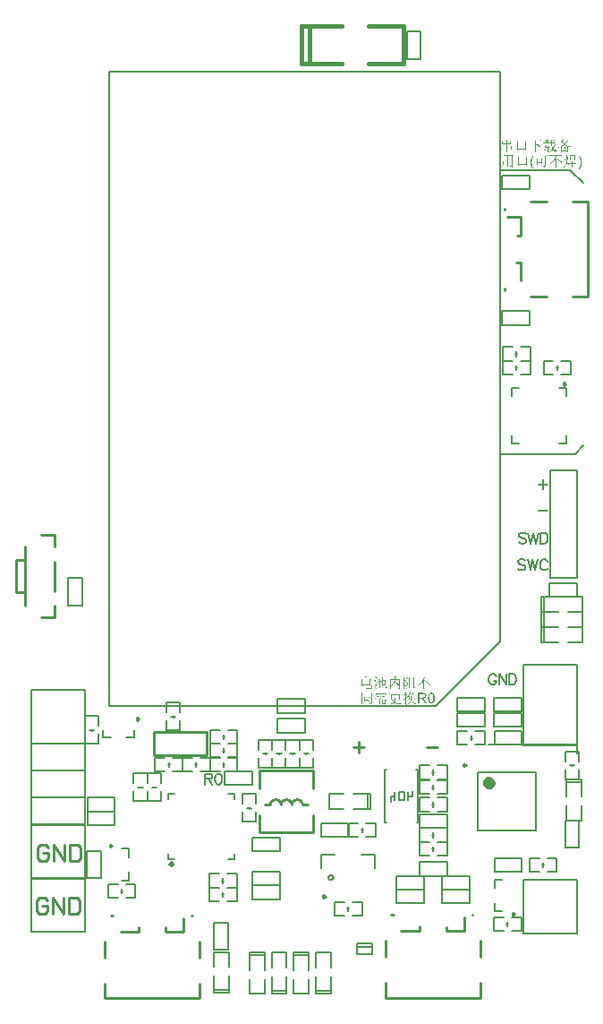
<source format=gto>
G04*
G04 #@! TF.GenerationSoftware,Altium Limited,Altium Designer,19.0.10 (269)*
G04*
G04 Layer_Color=65535*
%FSLAX25Y25*%
%MOIN*%
G70*
G01*
G75*
%ADD10C,0.00984*%
%ADD11C,0.01000*%
%ADD12C,0.02362*%
%ADD13C,0.01181*%
%ADD14C,0.00591*%
%ADD15C,0.00600*%
%ADD16C,0.00787*%
%ADD17C,0.00800*%
%ADD18C,0.01500*%
%ADD19C,0.00700*%
G36*
X363489Y434083D02*
X363262Y433939D01*
Y433517D01*
X364455D01*
X364622Y433728D01*
X364960Y433456D01*
X364772Y433328D01*
Y432912D01*
Y432906D01*
Y432901D01*
Y432867D01*
Y432812D01*
Y432745D01*
X364777Y432673D01*
Y432584D01*
X364788Y432412D01*
X364477Y432285D01*
Y432518D01*
X363262D01*
Y431824D01*
X364622D01*
X364832Y432035D01*
X365165Y431741D01*
X364960Y431613D01*
Y431608D01*
Y431580D01*
Y431547D01*
Y431497D01*
Y431441D01*
Y431375D01*
Y431302D01*
Y431219D01*
X364966Y431058D01*
Y430892D01*
X364971Y430808D01*
Y430736D01*
X364977Y430670D01*
Y430609D01*
X364666Y430503D01*
Y430781D01*
X363262D01*
Y430770D01*
Y430742D01*
Y430692D01*
Y430625D01*
Y430553D01*
Y430464D01*
Y430370D01*
Y430270D01*
X363267Y430070D01*
Y429970D01*
Y429871D01*
X363273Y429782D01*
Y429704D01*
X363279Y429637D01*
Y429588D01*
X362946Y429438D01*
Y429443D01*
Y429460D01*
Y429482D01*
X362951Y429521D01*
Y429571D01*
Y429626D01*
X362957Y429693D01*
Y429771D01*
Y429859D01*
X362962Y429959D01*
Y430070D01*
Y430192D01*
X362968Y430326D01*
Y430464D01*
Y430620D01*
Y430781D01*
X361563D01*
Y430592D01*
X361225Y430442D01*
Y430448D01*
Y430459D01*
Y430481D01*
X361230Y430509D01*
Y430548D01*
Y430586D01*
X361236Y430636D01*
Y430692D01*
X361242Y430808D01*
Y430936D01*
X361247Y431075D01*
Y431219D01*
Y431225D01*
Y431236D01*
Y431258D01*
Y431286D01*
Y431319D01*
Y431358D01*
Y431458D01*
X361242Y431569D01*
X361236Y431697D01*
X361230Y431835D01*
X361225Y431974D01*
X361563Y431824D01*
X362968D01*
Y432518D01*
X361791D01*
Y432368D01*
X361458Y432263D01*
Y432268D01*
Y432279D01*
Y432301D01*
X361464Y432329D01*
Y432363D01*
Y432401D01*
X361469Y432496D01*
Y432607D01*
X361475Y432729D01*
Y432862D01*
Y432995D01*
Y433001D01*
Y433012D01*
Y433029D01*
Y433056D01*
Y433089D01*
Y433128D01*
Y433217D01*
X361469Y433323D01*
Y433445D01*
X361464Y433572D01*
X361458Y433706D01*
X361813Y433517D01*
X362968D01*
Y433728D01*
Y433733D01*
Y433744D01*
Y433761D01*
Y433783D01*
Y433811D01*
Y433844D01*
Y433928D01*
X362962Y434022D01*
X362957Y434127D01*
X362951Y434244D01*
X362946Y434361D01*
X363489Y434083D01*
D02*
G37*
G36*
X370477Y433439D02*
X370310Y433312D01*
Y431258D01*
Y431252D01*
Y431230D01*
Y431191D01*
Y431147D01*
Y431091D01*
Y431025D01*
Y430953D01*
X370316Y430875D01*
Y430703D01*
X370321Y430525D01*
X370327Y430348D01*
Y430265D01*
X370333Y430187D01*
X370016Y430043D01*
Y430525D01*
X367247D01*
Y430059D01*
X366936Y429915D01*
Y429926D01*
Y429948D01*
Y429987D01*
X366941Y430048D01*
Y430120D01*
Y430209D01*
Y430309D01*
X366947Y430431D01*
Y430564D01*
Y430714D01*
Y430875D01*
X366953Y431053D01*
Y431247D01*
Y431452D01*
Y431669D01*
Y431902D01*
Y431907D01*
Y431918D01*
Y431935D01*
Y431957D01*
Y431991D01*
Y432024D01*
Y432113D01*
Y432218D01*
Y432335D01*
Y432468D01*
Y432607D01*
X366947Y432757D01*
Y432906D01*
Y433056D01*
Y433206D01*
X366941Y433350D01*
Y433484D01*
Y433606D01*
X366936Y433711D01*
X367269Y433500D01*
X369972D01*
X370144Y433733D01*
X370477Y433439D01*
D02*
G37*
G36*
X380439Y434022D02*
X380461Y434011D01*
X380489Y434000D01*
X380528Y433983D01*
X380567Y433966D01*
X380656Y433928D01*
X380755Y433883D01*
X380855Y433833D01*
X380944Y433783D01*
X380989Y433761D01*
X381022Y433739D01*
X381027Y433733D01*
X381050Y433717D01*
X381077Y433695D01*
X381111Y433661D01*
X381138Y433622D01*
X381161Y433578D01*
X381177Y433522D01*
Y433467D01*
Y433461D01*
X381172Y433439D01*
X381166Y433417D01*
X381161Y433384D01*
X381133Y433306D01*
X381116Y433273D01*
X381094Y433245D01*
X381083Y433234D01*
X381061Y433217D01*
X381033Y433195D01*
X381022Y433189D01*
X381011Y433184D01*
X381000Y433189D01*
X380989Y433195D01*
X380972Y433206D01*
X380950Y433228D01*
X380922Y433256D01*
X380894Y433300D01*
X380866Y433356D01*
X380861Y433367D01*
X380844Y433400D01*
X380811Y433450D01*
X380767Y433517D01*
X380700Y433606D01*
X380617Y433706D01*
X380567Y433767D01*
X380511Y433828D01*
X380450Y433894D01*
X380384Y433961D01*
X380422Y434027D01*
X380428D01*
X380439Y434022D01*
D02*
G37*
G36*
X380173Y434111D02*
X380006Y433961D01*
Y433955D01*
Y433933D01*
Y433894D01*
Y433850D01*
Y433789D01*
Y433722D01*
Y433650D01*
X380012Y433572D01*
Y433400D01*
X380017Y433228D01*
X380023Y433062D01*
Y432984D01*
X380028Y432912D01*
X381055D01*
X381366Y433184D01*
X381766Y432790D01*
X380045D01*
Y432779D01*
X380051Y432751D01*
Y432701D01*
X380062Y432634D01*
X380067Y432557D01*
X380078Y432462D01*
X380095Y432357D01*
X380112Y432246D01*
X380128Y432118D01*
X380151Y431985D01*
X380178Y431852D01*
X380206Y431708D01*
X380278Y431419D01*
X380361Y431130D01*
X380367Y431136D01*
X380378Y431158D01*
X380400Y431197D01*
X380428Y431247D01*
X380467Y431308D01*
X380506Y431380D01*
X380550Y431463D01*
X380600Y431558D01*
X380650Y431658D01*
X380700Y431769D01*
X380750Y431885D01*
X380805Y432007D01*
X380905Y432263D01*
X380989Y432535D01*
X381388Y432263D01*
X381222Y432118D01*
X381216Y432113D01*
X381205Y432091D01*
X381188Y432052D01*
X381166Y432002D01*
X381138Y431946D01*
X381100Y431874D01*
X381061Y431796D01*
X381011Y431708D01*
X380961Y431613D01*
X380905Y431508D01*
X380778Y431297D01*
X380639Y431069D01*
X380489Y430836D01*
X380495Y430831D01*
X380506Y430808D01*
X380522Y430781D01*
X380544Y430742D01*
X380578Y430692D01*
X380617Y430636D01*
X380667Y430570D01*
X380717Y430503D01*
X380778Y430431D01*
X380844Y430359D01*
X380916Y430281D01*
X381000Y430203D01*
X381088Y430131D01*
X381183Y430054D01*
X381283Y429987D01*
X381388Y429920D01*
X381577Y430836D01*
X381660Y430820D01*
Y430814D01*
Y430797D01*
X381655Y430764D01*
Y430725D01*
X381649Y430681D01*
Y430625D01*
X381643Y430564D01*
Y430503D01*
X381638Y430365D01*
X381632Y430226D01*
Y430098D01*
X381638Y430037D01*
Y429982D01*
Y429976D01*
Y429970D01*
X381643Y429937D01*
X381649Y429887D01*
X381660Y429826D01*
X381671Y429760D01*
X381693Y429682D01*
X381716Y429610D01*
X381743Y429543D01*
Y429537D01*
X381749Y429526D01*
X381754Y429493D01*
Y429471D01*
X381743Y429454D01*
X381732Y429443D01*
X381704Y429438D01*
X381693D01*
X381682Y429443D01*
X381660D01*
X381632Y429449D01*
X381599Y429460D01*
X381549Y429476D01*
X381494Y429493D01*
X381488Y429499D01*
X381460Y429504D01*
X381421Y429526D01*
X381366Y429554D01*
X381288Y429599D01*
X381194Y429660D01*
X381083Y429737D01*
X381016Y429787D01*
X380950Y429837D01*
X380944Y429843D01*
X380933Y429848D01*
X380911Y429865D01*
X380889Y429893D01*
X380855Y429920D01*
X380817Y429954D01*
X380772Y429993D01*
X380728Y430043D01*
X380678Y430092D01*
X380628Y430154D01*
X380517Y430287D01*
X380406Y430437D01*
X380300Y430609D01*
X380295Y430598D01*
X380273Y430575D01*
X380234Y430537D01*
X380189Y430487D01*
X380128Y430426D01*
X380051Y430353D01*
X379967Y430270D01*
X379878Y430187D01*
X379773Y430092D01*
X379662Y429998D01*
X379540Y429904D01*
X379418Y429810D01*
X379285Y429715D01*
X379146Y429626D01*
X379002Y429537D01*
X378852Y429460D01*
X378813Y429526D01*
X378824Y429532D01*
X378852Y429554D01*
X378896Y429588D01*
X378952Y429626D01*
X379024Y429682D01*
X379107Y429748D01*
X379196Y429826D01*
X379296Y429909D01*
X379401Y430004D01*
X379507Y430104D01*
X379618Y430215D01*
X379729Y430331D01*
X379840Y430453D01*
X379951Y430586D01*
X380051Y430720D01*
X380151Y430858D01*
X380145Y430869D01*
X380139Y430892D01*
X380123Y430936D01*
X380106Y430992D01*
X380078Y431064D01*
X380051Y431153D01*
X380023Y431258D01*
X379995Y431375D01*
X379962Y431508D01*
X379928Y431652D01*
X379895Y431813D01*
X379868Y431985D01*
X379840Y432168D01*
X379812Y432363D01*
X379790Y432573D01*
X379773Y432790D01*
X377531D01*
X377475Y432784D01*
X377409D01*
X377331Y432773D01*
X377248Y432762D01*
X377159Y432745D01*
X377070Y432723D01*
X376882Y432912D01*
X378225D01*
Y433461D01*
X377886D01*
X377831Y433456D01*
X377764D01*
X377686Y433445D01*
X377603Y433434D01*
X377514Y433417D01*
X377426Y433395D01*
X377237Y433583D01*
X378225D01*
Y433589D01*
Y433600D01*
Y433622D01*
Y433650D01*
Y433689D01*
Y433728D01*
Y433828D01*
X378219Y433939D01*
X378214Y434066D01*
X378208Y434194D01*
X378202Y434322D01*
X378641Y434150D01*
X378497Y434005D01*
Y433583D01*
X378896D01*
X379146Y433817D01*
X379501Y433461D01*
X378497D01*
Y432912D01*
X379756D01*
Y432923D01*
Y432951D01*
Y432995D01*
X379751Y433051D01*
Y433123D01*
Y433206D01*
X379745Y433300D01*
Y433400D01*
X379740Y433511D01*
X379734Y433622D01*
X379729Y433861D01*
X379723Y434100D01*
X379718Y434211D01*
X379712Y434322D01*
X380173Y434111D01*
D02*
G37*
G36*
X376288Y433672D02*
X374007D01*
Y432579D01*
X374012D01*
X374023Y432573D01*
X374040Y432568D01*
X374062Y432562D01*
X374090Y432551D01*
X374123Y432540D01*
X374206Y432518D01*
X374306Y432485D01*
X374412Y432446D01*
X374534Y432407D01*
X374661Y432363D01*
X374911Y432268D01*
X375033Y432218D01*
X375150Y432168D01*
X375250Y432118D01*
X375339Y432068D01*
X375411Y432024D01*
X375438Y432002D01*
X375461Y431980D01*
X375472Y431968D01*
X375494Y431941D01*
X375522Y431902D01*
X375561Y431846D01*
X375600Y431785D01*
X375627Y431724D01*
X375649Y431658D01*
X375661Y431591D01*
Y431580D01*
Y431563D01*
X375655Y431547D01*
X375638Y431491D01*
X375605Y431413D01*
Y431408D01*
X375600Y431397D01*
X375577Y431358D01*
X375544Y431314D01*
X375533Y431302D01*
X375516Y431297D01*
X375511D01*
X375500Y431302D01*
X375477Y431314D01*
X375444Y431330D01*
X375405Y431363D01*
X375355Y431413D01*
X375328Y431441D01*
X375294Y431480D01*
X375261Y431519D01*
X375222Y431569D01*
X375217Y431574D01*
X375205Y431586D01*
X375189Y431608D01*
X375161Y431641D01*
X375128Y431680D01*
X375083Y431724D01*
X375028Y431774D01*
X374961Y431830D01*
X374884Y431896D01*
X374795Y431963D01*
X374695Y432041D01*
X374584Y432118D01*
X374462Y432201D01*
X374323Y432290D01*
X374173Y432379D01*
X374007Y432474D01*
Y430331D01*
Y430326D01*
Y430314D01*
Y430287D01*
Y430259D01*
Y430220D01*
Y430181D01*
Y430076D01*
X374012Y429965D01*
Y429843D01*
X374018Y429721D01*
X374023Y429604D01*
X373668Y429454D01*
Y429465D01*
Y429488D01*
Y429526D01*
X373674Y429582D01*
Y429643D01*
Y429715D01*
X373679Y429793D01*
Y429876D01*
X373685Y430054D01*
Y430231D01*
X373690Y430314D01*
Y430392D01*
Y430459D01*
Y430520D01*
Y433672D01*
X372303D01*
X372247Y433667D01*
X372181D01*
X372103Y433656D01*
X372020Y433644D01*
X371931Y433628D01*
X371842Y433606D01*
X371659Y433794D01*
X375533D01*
X375849Y434111D01*
X376288Y433672D01*
D02*
G37*
G36*
X384413Y434066D02*
X384246Y433961D01*
X384097Y433750D01*
X385590D01*
X385778Y433961D01*
X386133Y433644D01*
X385900Y433522D01*
X385895Y433511D01*
X385878Y433489D01*
X385845Y433450D01*
X385806Y433400D01*
X385761Y433339D01*
X385706Y433267D01*
X385645Y433184D01*
X385573Y433101D01*
X385423Y432917D01*
X385257Y432734D01*
X385173Y432646D01*
X385085Y432557D01*
X385001Y432479D01*
X384918Y432407D01*
X384924Y432401D01*
X384940Y432390D01*
X384968Y432368D01*
X385007Y432340D01*
X385051Y432312D01*
X385107Y432274D01*
X385168Y432229D01*
X385240Y432185D01*
X385317Y432140D01*
X385395Y432091D01*
X385578Y431996D01*
X385773Y431907D01*
X385984Y431830D01*
X385989D01*
X386011Y431824D01*
X386039Y431813D01*
X386083Y431802D01*
X386133Y431785D01*
X386194Y431774D01*
X386261Y431752D01*
X386339Y431735D01*
X386422Y431719D01*
X386516Y431697D01*
X386711Y431663D01*
X386922Y431635D01*
X387138Y431613D01*
Y431547D01*
X387132D01*
X387127Y431541D01*
X387088Y431535D01*
X387038Y431513D01*
X386977Y431486D01*
X386905Y431447D01*
X386838Y431397D01*
X386777Y431330D01*
X386722Y431252D01*
X386716D01*
X386705Y431258D01*
X386688Y431264D01*
X386666Y431269D01*
X386605Y431291D01*
X386533Y431314D01*
X386450Y431341D01*
X386367Y431369D01*
X386289Y431397D01*
X386217Y431425D01*
X386133Y431341D01*
Y430248D01*
Y430242D01*
Y430231D01*
Y430215D01*
Y430192D01*
Y430165D01*
Y430131D01*
X386139Y430048D01*
Y429954D01*
X386144Y429848D01*
X386156Y429626D01*
X385839Y429499D01*
Y429810D01*
X383680D01*
Y429560D01*
X383364Y429454D01*
Y429460D01*
Y429476D01*
Y429504D01*
X383369Y429537D01*
Y429582D01*
Y429632D01*
X383375Y429687D01*
Y429748D01*
X383381Y429882D01*
Y430020D01*
X383386Y430159D01*
Y430292D01*
Y431463D01*
X383381D01*
X383364Y431458D01*
X383336Y431447D01*
X383303Y431430D01*
X383259Y431413D01*
X383203Y431397D01*
X383142Y431375D01*
X383070Y431352D01*
X382998Y431325D01*
X382914Y431297D01*
X382826Y431269D01*
X382731Y431241D01*
X382531Y431186D01*
X382315Y431130D01*
X382298Y431214D01*
X382310Y431219D01*
X382337Y431230D01*
X382387Y431247D01*
X382448Y431269D01*
X382526Y431302D01*
X382615Y431336D01*
X382715Y431375D01*
X382820Y431419D01*
X382937Y431463D01*
X383048Y431513D01*
X383286Y431619D01*
X383403Y431674D01*
X383514Y431730D01*
X383619Y431785D01*
X383719Y431841D01*
X383725Y431846D01*
X383741Y431852D01*
X383769Y431869D01*
X383802Y431891D01*
X383847Y431918D01*
X383897Y431952D01*
X383952Y431985D01*
X384013Y432024D01*
X384141Y432113D01*
X384280Y432213D01*
X384413Y432318D01*
X384541Y432429D01*
X384535Y432435D01*
X384524Y432451D01*
X384507Y432474D01*
X384479Y432507D01*
X384452Y432551D01*
X384413Y432601D01*
X384374Y432657D01*
X384330Y432723D01*
X384285Y432795D01*
X384235Y432879D01*
X384185Y432962D01*
X384135Y433056D01*
X384080Y433156D01*
X384030Y433256D01*
X383930Y433478D01*
X383925Y433472D01*
X383908Y433445D01*
X383886Y433411D01*
X383852Y433361D01*
X383808Y433300D01*
X383752Y433228D01*
X383691Y433151D01*
X383625Y433067D01*
X383547Y432978D01*
X383464Y432890D01*
X383369Y432795D01*
X383270Y432701D01*
X383159Y432607D01*
X383048Y432512D01*
X382926Y432429D01*
X382798Y432346D01*
X382737Y432407D01*
X382742Y432412D01*
X382759Y432429D01*
X382787Y432457D01*
X382826Y432490D01*
X382864Y432535D01*
X382920Y432590D01*
X382976Y432646D01*
X383036Y432712D01*
X383098Y432784D01*
X383164Y432862D01*
X383303Y433034D01*
X383431Y433217D01*
X383553Y433411D01*
X383558Y433417D01*
X383564Y433434D01*
X383580Y433461D01*
X383603Y433500D01*
X383625Y433545D01*
X383653Y433600D01*
X383686Y433661D01*
X383714Y433728D01*
X383786Y433878D01*
X383852Y434033D01*
X383919Y434199D01*
X383974Y434361D01*
X384413Y434066D01*
D02*
G37*
G36*
X378452Y432496D02*
X378308Y432435D01*
Y432429D01*
X378297Y432418D01*
X378286Y432396D01*
X378263Y432368D01*
X378241Y432329D01*
X378214Y432274D01*
X378180Y432213D01*
X378141Y432140D01*
X378913D01*
X379190Y432390D01*
X379523Y432018D01*
X378075D01*
X377636Y431258D01*
X378308D01*
Y431264D01*
Y431275D01*
Y431291D01*
Y431314D01*
Y431375D01*
Y431458D01*
X378302Y431552D01*
X378297Y431658D01*
X378291Y431769D01*
X378286Y431885D01*
X378708Y431697D01*
X378580Y431552D01*
Y431258D01*
X379002D01*
X379229Y431513D01*
X379568Y431136D01*
X378580D01*
Y430609D01*
X379501Y430736D01*
X379523Y430670D01*
X378580Y430442D01*
Y430437D01*
Y430420D01*
Y430392D01*
Y430359D01*
Y430314D01*
Y430259D01*
Y430203D01*
X378585Y430142D01*
Y430015D01*
X378591Y429876D01*
X378596Y429748D01*
X378602Y429626D01*
X378286Y429504D01*
Y429510D01*
Y429532D01*
Y429565D01*
X378291Y429610D01*
Y429660D01*
Y429721D01*
X378297Y429787D01*
Y429854D01*
X378302Y430004D01*
Y430148D01*
X378308Y430215D01*
Y430276D01*
Y430331D01*
Y430381D01*
X378297D01*
X378269Y430376D01*
X378219Y430365D01*
X378158Y430348D01*
X378086Y430331D01*
X378003Y430314D01*
X377914Y430292D01*
X377825Y430270D01*
X377636Y430215D01*
X377548Y430187D01*
X377470Y430159D01*
X377398Y430131D01*
X377337Y430098D01*
X377287Y430070D01*
X377259Y430043D01*
X377070Y430398D01*
X377087D01*
X377103Y430403D01*
X377131D01*
X377170Y430409D01*
X377215Y430414D01*
X377270Y430420D01*
X377337Y430426D01*
X377414Y430437D01*
X377503Y430448D01*
X377603Y430464D01*
X377714Y430481D01*
X377842Y430498D01*
X377986Y430520D01*
X378141Y430542D01*
X378308Y430570D01*
Y431136D01*
X377614D01*
X377470Y431008D01*
X377237Y431280D01*
X377242D01*
X377270Y431291D01*
X377287Y431302D01*
X377309Y431319D01*
X377337Y431341D01*
X377370Y431375D01*
X377403Y431413D01*
X377442Y431463D01*
X377486Y431519D01*
X377537Y431591D01*
X377592Y431674D01*
X377647Y431774D01*
X377714Y431891D01*
X377781Y432018D01*
X377570D01*
X377525Y432013D01*
X377459D01*
X377387Y432002D01*
X377303Y431991D01*
X377220Y431974D01*
X377131Y431952D01*
X376943Y432140D01*
X377847D01*
Y432146D01*
X377853Y432157D01*
X377864Y432174D01*
X377875Y432201D01*
X377903Y432263D01*
X377936Y432346D01*
X377975Y432440D01*
X378014Y432540D01*
X378047Y432634D01*
X378075Y432729D01*
X378452Y432496D01*
D02*
G37*
G36*
X365687Y428331D02*
X365521Y428164D01*
Y424490D01*
Y424485D01*
Y424468D01*
Y424440D01*
X365515Y424407D01*
X365510Y424368D01*
X365504Y424318D01*
X365487Y424268D01*
X365471Y424213D01*
X365448Y424157D01*
X365421Y424102D01*
X365382Y424046D01*
X365338Y423991D01*
X365282Y423941D01*
X365221Y423897D01*
X365143Y423858D01*
X365060Y423824D01*
Y423830D01*
Y423841D01*
X365054Y423858D01*
X365043Y423880D01*
X365032Y423913D01*
X365016Y423947D01*
X364993Y423980D01*
X364960Y424019D01*
X364927Y424057D01*
X364877Y424096D01*
X364827Y424135D01*
X364760Y424168D01*
X364688Y424207D01*
X364599Y424235D01*
X364499Y424263D01*
X364388Y424285D01*
Y424385D01*
X364411D01*
X364439Y424379D01*
X364477D01*
X364522Y424374D01*
X364566D01*
X364677Y424368D01*
X364794Y424363D01*
X364910Y424357D01*
X365082D01*
X365099Y424363D01*
X365127Y424374D01*
X365154Y424396D01*
X365177Y424429D01*
X365204Y424479D01*
X365221Y424551D01*
X365227Y424590D01*
Y424640D01*
Y425711D01*
X363822D01*
Y425706D01*
Y425695D01*
Y425678D01*
Y425656D01*
Y425623D01*
Y425584D01*
Y425500D01*
Y425395D01*
Y425273D01*
Y425145D01*
X363828Y425006D01*
Y424735D01*
Y424601D01*
X363833Y424474D01*
Y424357D01*
X363839Y424257D01*
Y424180D01*
X363845Y424146D01*
Y424119D01*
X363528Y423974D01*
Y423980D01*
Y423985D01*
Y424002D01*
Y424024D01*
Y424052D01*
Y424085D01*
X363534Y424168D01*
Y424268D01*
Y424379D01*
X363539Y424502D01*
Y424635D01*
Y424779D01*
X363545Y424918D01*
Y425206D01*
X363550Y425345D01*
Y425478D01*
Y425600D01*
Y425711D01*
X362169D01*
Y425706D01*
Y425700D01*
X362163Y425684D01*
Y425661D01*
X362152Y425606D01*
X362135Y425523D01*
X362113Y425428D01*
X362085Y425317D01*
X362046Y425190D01*
X362002Y425057D01*
X361952Y424907D01*
X361885Y424757D01*
X361813Y424596D01*
X361736Y424435D01*
X361641Y424274D01*
X361536Y424113D01*
X361419Y423952D01*
X361286Y423802D01*
X361225Y423847D01*
X361230Y423852D01*
X361242Y423874D01*
X361264Y423913D01*
X361292Y423957D01*
X361325Y424019D01*
X361358Y424085D01*
X361397Y424163D01*
X361441Y424252D01*
X361486Y424346D01*
X361536Y424451D01*
X361580Y424557D01*
X361625Y424674D01*
X361702Y424912D01*
X361741Y425034D01*
X361769Y425162D01*
Y425168D01*
X361774Y425195D01*
X361780Y425234D01*
X361791Y425284D01*
X361802Y425356D01*
X361813Y425434D01*
X361830Y425534D01*
X361841Y425645D01*
X361852Y425772D01*
X361869Y425911D01*
X361880Y426061D01*
X361891Y426228D01*
X361902Y426405D01*
X361908Y426594D01*
X361913Y426794D01*
Y427010D01*
Y427016D01*
Y427021D01*
Y427038D01*
Y427060D01*
Y427121D01*
Y427199D01*
Y427293D01*
Y427404D01*
Y427521D01*
Y427648D01*
X361908Y427909D01*
Y428037D01*
Y428164D01*
X361902Y428281D01*
Y428386D01*
Y428486D01*
X361896Y428564D01*
X362207Y428353D01*
X365210D01*
X365354Y428586D01*
X365687Y428331D01*
D02*
G37*
G36*
X388925Y428226D02*
X388759Y428098D01*
Y428092D01*
Y428087D01*
Y428070D01*
Y428042D01*
Y428015D01*
Y427981D01*
Y427904D01*
Y427804D01*
Y427693D01*
Y427576D01*
Y427449D01*
X388764Y427193D01*
Y427071D01*
Y426949D01*
X388770Y426844D01*
Y426749D01*
X388775Y426672D01*
Y426638D01*
Y426611D01*
X388487Y426488D01*
Y426699D01*
X386933D01*
Y426510D01*
X386638Y426383D01*
Y426389D01*
Y426411D01*
Y426438D01*
X386644Y426477D01*
Y426527D01*
Y426588D01*
X386649Y426655D01*
Y426727D01*
Y426805D01*
X386655Y426888D01*
Y427066D01*
X386661Y427254D01*
Y427437D01*
Y427443D01*
Y427460D01*
Y427487D01*
Y427521D01*
Y427571D01*
Y427621D01*
Y427682D01*
Y427754D01*
X386655Y427826D01*
Y427909D01*
X386649Y428081D01*
X386644Y428275D01*
X386638Y428475D01*
X386955Y428287D01*
X388442D01*
X388653Y428498D01*
X388925Y428226D01*
D02*
G37*
G36*
X370915Y427787D02*
X370749Y427659D01*
Y425606D01*
Y425600D01*
Y425578D01*
Y425539D01*
Y425495D01*
Y425439D01*
Y425373D01*
Y425301D01*
X370754Y425223D01*
Y425051D01*
X370760Y424873D01*
X370765Y424696D01*
Y424612D01*
X370771Y424535D01*
X370455Y424390D01*
Y424873D01*
X367685D01*
Y424407D01*
X367374Y424263D01*
Y424274D01*
Y424296D01*
Y424335D01*
X367380Y424396D01*
Y424468D01*
Y424557D01*
Y424657D01*
X367386Y424779D01*
Y424912D01*
Y425062D01*
Y425223D01*
X367391Y425401D01*
Y425595D01*
Y425800D01*
Y426017D01*
Y426250D01*
Y426255D01*
Y426266D01*
Y426283D01*
Y426305D01*
Y426338D01*
Y426372D01*
Y426461D01*
Y426566D01*
Y426683D01*
Y426816D01*
Y426955D01*
X367386Y427104D01*
Y427254D01*
Y427404D01*
Y427554D01*
X367380Y427698D01*
Y427832D01*
Y427953D01*
X367374Y428059D01*
X367707Y427848D01*
X370410D01*
X370582Y428081D01*
X370915Y427787D01*
D02*
G37*
G36*
X376482Y427093D02*
X376315Y426943D01*
Y426044D01*
Y426039D01*
Y426028D01*
Y426011D01*
Y425983D01*
Y425950D01*
Y425906D01*
Y425861D01*
Y425806D01*
X376321Y425750D01*
Y425684D01*
Y425539D01*
X376326Y425378D01*
X376332Y425206D01*
X376021Y425084D01*
Y425462D01*
X374822D01*
Y424979D01*
X374512Y424873D01*
Y424884D01*
Y424907D01*
Y424945D01*
X374517Y424995D01*
Y425062D01*
Y425134D01*
X374523Y425217D01*
Y425312D01*
Y425406D01*
X374528Y425512D01*
Y425728D01*
X374534Y425944D01*
Y426161D01*
Y426166D01*
Y426189D01*
Y426216D01*
Y426255D01*
Y426311D01*
Y426366D01*
Y426438D01*
Y426516D01*
X374528Y426599D01*
Y426688D01*
Y426783D01*
X374523Y426882D01*
X374517Y427099D01*
X374512Y427321D01*
X374845Y427154D01*
X375999D01*
X376127Y427365D01*
X376482Y427093D01*
D02*
G37*
G36*
X385023Y427282D02*
Y427260D01*
Y427221D01*
X385018Y427177D01*
Y427121D01*
X385012Y427060D01*
X385001Y426921D01*
X384984Y426777D01*
X384974Y426705D01*
X384962Y426638D01*
X384951Y426577D01*
X384940Y426527D01*
X384924Y426483D01*
X384907Y426449D01*
X384901Y426444D01*
X384890Y426427D01*
X384874Y426405D01*
X384846Y426377D01*
X384785Y426322D01*
X384746Y426300D01*
X384707Y426283D01*
X384701D01*
X384690Y426277D01*
X384651D01*
X384602Y426283D01*
X384579Y426289D01*
X384563Y426305D01*
X384557Y426316D01*
X384546Y426338D01*
X384529Y426366D01*
X384524Y426400D01*
Y426405D01*
Y426416D01*
X384529Y426433D01*
X384541Y426455D01*
X384552Y426483D01*
X384574Y426516D01*
X384607Y426549D01*
X384646Y426588D01*
X384651Y426599D01*
X384674Y426622D01*
X384690Y426644D01*
X384707Y426672D01*
X384724Y426705D01*
X384746Y426738D01*
X384768Y426783D01*
X384790Y426832D01*
X384818Y426894D01*
X384840Y426955D01*
X384868Y427027D01*
X384890Y427104D01*
X384918Y427193D01*
X384940Y427288D01*
X385023D01*
Y427282D01*
D02*
G37*
G36*
X382226Y426955D02*
X382243Y426943D01*
X382265Y426927D01*
X382298Y426910D01*
X382337Y426882D01*
X382420Y426827D01*
X382526Y426755D01*
X382643Y426677D01*
X382765Y426594D01*
X382898Y426499D01*
X383031Y426411D01*
X383159Y426316D01*
X383286Y426222D01*
X383397Y426139D01*
X383503Y426055D01*
X383586Y425983D01*
X383619Y425956D01*
X383647Y425922D01*
X383669Y425900D01*
X383686Y425878D01*
X383691Y425867D01*
X383708Y425844D01*
X383730Y425806D01*
X383758Y425756D01*
X383780Y425700D01*
X383802Y425645D01*
X383819Y425589D01*
X383825Y425539D01*
Y425534D01*
Y425523D01*
X383819Y425506D01*
Y425484D01*
X383797Y425423D01*
X383780Y425384D01*
X383758Y425340D01*
Y425334D01*
X383747Y425323D01*
X383725Y425284D01*
X383691Y425245D01*
X383675Y425234D01*
X383658Y425229D01*
X383653D01*
X383641Y425234D01*
X383625Y425245D01*
X383597Y425273D01*
X383558Y425312D01*
X383536Y425340D01*
X383514Y425367D01*
X383492Y425406D01*
X383464Y425451D01*
X383436Y425500D01*
X383403Y425562D01*
X383397Y425567D01*
X383392Y425584D01*
X383375Y425606D01*
X383347Y425645D01*
X383314Y425695D01*
X383270Y425750D01*
X383220Y425817D01*
X383153Y425894D01*
X383075Y425983D01*
X382986Y426083D01*
X382887Y426194D01*
X382770Y426316D01*
X382637Y426449D01*
X382493Y426588D01*
X382326Y426744D01*
X382149Y426905D01*
X382209Y426966D01*
X382215D01*
X382226Y426955D01*
D02*
G37*
G36*
X385823Y428392D02*
X385656Y428248D01*
Y426927D01*
X385662Y426932D01*
X385667Y426943D01*
X385684Y426971D01*
X385706Y426999D01*
X385734Y427038D01*
X385761Y427082D01*
X385795Y427132D01*
X385834Y427188D01*
X385911Y427310D01*
X385989Y427449D01*
X386067Y427593D01*
X386133Y427743D01*
X386494Y427449D01*
X386305Y427365D01*
X386300Y427360D01*
X386294Y427354D01*
X386278Y427338D01*
X386256Y427310D01*
X386194Y427254D01*
X386117Y427171D01*
X386017Y427082D01*
X385906Y426977D01*
X385784Y426871D01*
X385656Y426760D01*
Y426749D01*
Y426721D01*
Y426677D01*
X385651Y426616D01*
Y426549D01*
X385645Y426466D01*
Y426377D01*
X385639Y426283D01*
X385628Y426089D01*
X385623Y425994D01*
X385617Y425900D01*
X385612Y425811D01*
X385606Y425734D01*
X385595Y425661D01*
X385590Y425606D01*
X385595D01*
X385606Y425595D01*
X385628Y425584D01*
X385656Y425573D01*
X385689Y425550D01*
X385728Y425534D01*
X385817Y425484D01*
X385911Y425423D01*
X386000Y425362D01*
X386083Y425301D01*
X386117Y425267D01*
X386144Y425240D01*
X386150Y425234D01*
X386167Y425212D01*
X386189Y425184D01*
X386217Y425145D01*
X386239Y425101D01*
X386261Y425057D01*
X386278Y425006D01*
X386283Y424957D01*
Y424951D01*
Y424940D01*
X386278Y424923D01*
Y424901D01*
X386256Y424840D01*
X386239Y424807D01*
X386217Y424768D01*
Y424762D01*
X386206Y424751D01*
X386183Y424718D01*
X386156Y424679D01*
X386144Y424668D01*
X386133Y424662D01*
X386128D01*
X386122Y424668D01*
X386106Y424674D01*
X386083Y424690D01*
X386061Y424718D01*
X386039Y424762D01*
X386011Y424818D01*
X385989Y424895D01*
Y424901D01*
X385984Y424912D01*
X385978Y424929D01*
X385967Y424951D01*
X385934Y425012D01*
X385889Y425090D01*
X385828Y425178D01*
X385756Y425284D01*
X385673Y425389D01*
X385567Y425500D01*
Y425495D01*
Y425489D01*
X385562Y425473D01*
X385556Y425456D01*
X385545Y425395D01*
X385523Y425323D01*
X385495Y425234D01*
X385456Y425129D01*
X385412Y425012D01*
X385356Y424890D01*
X385290Y424757D01*
X385218Y424618D01*
X385129Y424474D01*
X385029Y424335D01*
X384918Y424196D01*
X384796Y424057D01*
X384657Y423930D01*
X384502Y423808D01*
X384479Y423869D01*
X384485Y423874D01*
X384507Y423902D01*
X384541Y423935D01*
X384579Y423991D01*
X384629Y424052D01*
X384685Y424124D01*
X384746Y424213D01*
X384812Y424307D01*
X384879Y424407D01*
X384946Y424524D01*
X385007Y424640D01*
X385068Y424762D01*
X385129Y424890D01*
X385179Y425023D01*
X385218Y425162D01*
X385251Y425301D01*
Y425312D01*
X385257Y425334D01*
X385262Y425373D01*
X385273Y425428D01*
X385284Y425495D01*
X385295Y425578D01*
X385312Y425667D01*
X385323Y425767D01*
X385334Y425878D01*
X385351Y425994D01*
X385356Y426117D01*
X385367Y426244D01*
X385379Y426516D01*
Y426799D01*
Y426810D01*
Y426832D01*
Y426877D01*
Y426932D01*
X385373Y427010D01*
Y427099D01*
X385367Y427199D01*
Y427315D01*
Y427443D01*
X385362Y427587D01*
X385356Y427743D01*
Y427909D01*
X385351Y428081D01*
X385345Y428270D01*
Y428464D01*
X385340Y428670D01*
X385823Y428392D01*
D02*
G37*
G36*
X378641Y428020D02*
X377636D01*
Y424601D01*
Y424596D01*
Y424579D01*
Y424551D01*
X377631Y424513D01*
X377625Y424468D01*
X377614Y424418D01*
X377603Y424363D01*
X377586Y424307D01*
X377564Y424246D01*
X377531Y424185D01*
X377492Y424124D01*
X377448Y424063D01*
X377398Y424008D01*
X377331Y423952D01*
X377259Y423908D01*
X377176Y423869D01*
Y423874D01*
X377170Y423880D01*
X377165Y423897D01*
X377159Y423919D01*
X377142Y423941D01*
X377126Y423974D01*
X377103Y424002D01*
X377070Y424041D01*
X377031Y424074D01*
X376981Y424113D01*
X376926Y424152D01*
X376854Y424196D01*
X376776Y424235D01*
X376682Y424274D01*
X376576Y424313D01*
X376460Y424346D01*
Y424451D01*
X376476D01*
X376493Y424446D01*
X376515D01*
X376576Y424440D01*
X376654Y424429D01*
X376748Y424418D01*
X376854Y424407D01*
X376965Y424402D01*
X377076Y424390D01*
X377126D01*
X377170Y424402D01*
X377226Y424418D01*
X377276Y424451D01*
X377298Y424474D01*
X377314Y424507D01*
X377331Y424540D01*
X377342Y424579D01*
X377348Y424629D01*
X377342Y424685D01*
Y428020D01*
X374401D01*
X374345Y428015D01*
X374279D01*
X374206Y428004D01*
X374118Y427992D01*
X374034Y427976D01*
X373946Y427953D01*
X373757Y428142D01*
X377886D01*
X378202Y428459D01*
X378641Y428020D01*
D02*
G37*
G36*
X383952Y428164D02*
X381960D01*
Y428159D01*
X381949Y428148D01*
X381943Y428126D01*
X381926Y428103D01*
X381910Y428064D01*
X381888Y428026D01*
X381866Y427976D01*
X381838Y427926D01*
X381804Y427865D01*
X381777Y427798D01*
X381704Y427654D01*
X381621Y427498D01*
X381538Y427321D01*
X381893Y427115D01*
X381704Y426966D01*
Y424957D01*
Y424951D01*
Y424929D01*
Y424895D01*
Y424851D01*
Y424801D01*
Y424740D01*
Y424674D01*
X381710Y424601D01*
Y424446D01*
X381716Y424285D01*
X381721Y424130D01*
Y424063D01*
X381727Y423996D01*
X381371Y423847D01*
Y423858D01*
Y423880D01*
Y423924D01*
X381377Y423980D01*
Y424046D01*
Y424130D01*
X381383Y424218D01*
Y424318D01*
Y424424D01*
X381388Y424535D01*
Y424762D01*
X381394Y425001D01*
Y425229D01*
Y427066D01*
X381383Y427054D01*
X381371Y427038D01*
X381355Y427016D01*
X381333Y426982D01*
X381310Y426949D01*
X381244Y426860D01*
X381161Y426749D01*
X381055Y426627D01*
X380939Y426488D01*
X380805Y426338D01*
X380656Y426178D01*
X380495Y426011D01*
X380311Y425839D01*
X380123Y425667D01*
X379912Y425495D01*
X379690Y425328D01*
X379457Y425168D01*
X379213Y425018D01*
X379168Y425101D01*
X379174Y425106D01*
X379202Y425123D01*
X379235Y425151D01*
X379285Y425190D01*
X379351Y425240D01*
X379423Y425301D01*
X379507Y425373D01*
X379595Y425451D01*
X379695Y425534D01*
X379801Y425634D01*
X379906Y425734D01*
X380023Y425850D01*
X380139Y425967D01*
X380261Y426094D01*
X380378Y426228D01*
X380500Y426366D01*
X380506Y426377D01*
X380528Y426400D01*
X380561Y426444D01*
X380606Y426505D01*
X380661Y426577D01*
X380722Y426666D01*
X380794Y426766D01*
X380872Y426877D01*
X380950Y427004D01*
X381033Y427143D01*
X381122Y427288D01*
X381205Y427449D01*
X381294Y427615D01*
X381377Y427793D01*
X381460Y427976D01*
X381538Y428164D01*
X379862D01*
X379806Y428159D01*
X379740D01*
X379662Y428148D01*
X379579Y428137D01*
X379490Y428120D01*
X379401Y428098D01*
X379213Y428287D01*
X383197D01*
X383508Y428603D01*
X383952Y428164D01*
D02*
G37*
G36*
X389114Y425983D02*
X387854D01*
Y425289D01*
X388775D01*
X389031Y425539D01*
X389386Y425168D01*
X387854D01*
Y425156D01*
Y425123D01*
Y425073D01*
Y425006D01*
Y424929D01*
Y424834D01*
Y424740D01*
X387860Y424635D01*
Y424418D01*
Y424313D01*
X387865Y424213D01*
Y424124D01*
X387871Y424041D01*
Y423969D01*
X387876Y423913D01*
X387543Y423763D01*
Y423769D01*
Y423780D01*
Y423808D01*
X387549Y423841D01*
Y423880D01*
Y423935D01*
Y424002D01*
X387554Y424080D01*
Y424168D01*
Y424274D01*
Y424385D01*
X387560Y424513D01*
Y424657D01*
Y424812D01*
Y424984D01*
Y425168D01*
X386844D01*
X386788Y425162D01*
X386722D01*
X386649Y425151D01*
X386561Y425140D01*
X386477Y425123D01*
X386389Y425101D01*
X386200Y425289D01*
X387560D01*
Y425983D01*
X387016D01*
X386960Y425978D01*
X386894D01*
X386816Y425967D01*
X386733Y425956D01*
X386644Y425939D01*
X386555Y425917D01*
X386367Y426105D01*
X388548D01*
X388775Y426338D01*
X389114Y425983D01*
D02*
G37*
G36*
X390296Y428209D02*
X390313Y428187D01*
X390335Y428148D01*
X390368Y428103D01*
X390412Y428042D01*
X390457Y427970D01*
X390507Y427892D01*
X390562Y427804D01*
X390623Y427704D01*
X390679Y427598D01*
X390740Y427493D01*
X390801Y427376D01*
X390912Y427138D01*
X390967Y427010D01*
X391012Y426888D01*
Y426882D01*
X391023Y426860D01*
X391028Y426832D01*
X391045Y426788D01*
X391062Y426738D01*
X391078Y426677D01*
X391095Y426605D01*
X391117Y426527D01*
X391134Y426438D01*
X391151Y426344D01*
X391167Y426250D01*
X391184Y426144D01*
X391206Y425922D01*
X391217Y425695D01*
Y425689D01*
Y425661D01*
Y425623D01*
X391212Y425573D01*
Y425512D01*
X391201Y425434D01*
X391195Y425351D01*
X391184Y425256D01*
X391167Y425156D01*
X391151Y425045D01*
X391101Y424818D01*
X391073Y424696D01*
X391034Y424574D01*
X390995Y424446D01*
X390945Y424324D01*
X390940Y424318D01*
X390934Y424296D01*
X390917Y424263D01*
X390895Y424213D01*
X390873Y424157D01*
X390840Y424091D01*
X390801Y424019D01*
X390762Y423935D01*
X390718Y423847D01*
X390668Y423758D01*
X390557Y423563D01*
X390429Y423364D01*
X390290Y423175D01*
X389952D01*
Y423181D01*
X389963Y423192D01*
X389974Y423208D01*
X389985Y423231D01*
X390002Y423264D01*
X390024Y423297D01*
X390046Y423342D01*
X390074Y423391D01*
X390135Y423502D01*
X390201Y423641D01*
X390268Y423791D01*
X390346Y423963D01*
X390418Y424146D01*
X390485Y424340D01*
X390551Y424551D01*
X390612Y424768D01*
X390662Y424990D01*
X390701Y425223D01*
X390723Y425456D01*
X390734Y425695D01*
Y425700D01*
Y425717D01*
Y425745D01*
Y425778D01*
X390729Y425822D01*
Y425878D01*
X390723Y425933D01*
X390718Y426000D01*
X390712Y426072D01*
X390707Y426150D01*
X390684Y426311D01*
X390657Y426488D01*
X390618Y426672D01*
Y426677D01*
X390612Y426688D01*
X390607Y426710D01*
X390601Y426738D01*
X390590Y426771D01*
X390579Y426816D01*
X390551Y426916D01*
X390518Y427027D01*
X390474Y427154D01*
X390423Y427293D01*
X390368Y427426D01*
Y427432D01*
X390363Y427437D01*
X390357Y427454D01*
X390346Y427471D01*
X390335Y427498D01*
X390318Y427532D01*
X390301Y427565D01*
X390279Y427615D01*
X390251Y427665D01*
X390224Y427720D01*
X390191Y427787D01*
X390152Y427859D01*
X390107Y427937D01*
X390063Y428020D01*
X390007Y428115D01*
X389952Y428214D01*
X390290D01*
X390296Y428209D01*
D02*
G37*
G36*
X373307Y428209D02*
X373302Y428192D01*
X373285Y428164D01*
X373263Y428126D01*
X373235Y428081D01*
X373207Y428026D01*
X373141Y427909D01*
X373069Y427781D01*
X373002Y427654D01*
X372936Y427532D01*
X372913Y427482D01*
X372891Y427432D01*
Y427426D01*
X372886Y427415D01*
X372874Y427398D01*
X372863Y427371D01*
X372852Y427338D01*
X372836Y427299D01*
X372819Y427254D01*
X372802Y427204D01*
X372758Y427088D01*
X372719Y426960D01*
X372680Y426821D01*
X372641Y426677D01*
Y426672D01*
X372636Y426655D01*
X372630Y426627D01*
X372625Y426594D01*
X372614Y426549D01*
X372608Y426494D01*
X372597Y426438D01*
X372586Y426372D01*
X372575Y426300D01*
X372564Y426222D01*
X372547Y426055D01*
X372536Y425878D01*
X372530Y425695D01*
Y425689D01*
Y425678D01*
Y425661D01*
Y425639D01*
X372536Y425606D01*
Y425573D01*
X372541Y425528D01*
Y425478D01*
X372553Y425362D01*
X372569Y425229D01*
X372597Y425073D01*
X372630Y424907D01*
X372669Y424723D01*
X372719Y424524D01*
X372786Y424313D01*
X372863Y424096D01*
X372952Y423874D01*
X373052Y423641D01*
X373174Y423408D01*
X373313Y423175D01*
X372974D01*
X372969Y423181D01*
X372958Y423197D01*
X372936Y423225D01*
X372908Y423264D01*
X372874Y423308D01*
X372836Y423364D01*
X372791Y423430D01*
X372747Y423502D01*
X372691Y423586D01*
X372641Y423674D01*
X372586Y423769D01*
X372530Y423869D01*
X372475Y423974D01*
X372419Y424085D01*
X372314Y424324D01*
X372308Y424329D01*
X372303Y424352D01*
X372292Y424390D01*
X372275Y424440D01*
X372253Y424502D01*
X372231Y424568D01*
X372208Y424651D01*
X372181Y424746D01*
X372159Y424840D01*
X372131Y424951D01*
X372109Y425062D01*
X372092Y425178D01*
X372059Y425434D01*
X372053Y425562D01*
X372047Y425695D01*
Y425700D01*
Y425723D01*
Y425756D01*
X372053Y425800D01*
Y425856D01*
X372059Y425922D01*
X372064Y425994D01*
X372075Y426078D01*
X372081Y426166D01*
X372097Y426261D01*
X372131Y426461D01*
X372181Y426672D01*
X372247Y426888D01*
X372253Y426894D01*
X372258Y426916D01*
X372270Y426955D01*
X372292Y427004D01*
X372314Y427060D01*
X372347Y427132D01*
X372386Y427215D01*
X372425Y427304D01*
X372475Y427398D01*
X372525Y427504D01*
X372586Y427615D01*
X372652Y427726D01*
X372725Y427848D01*
X372802Y427970D01*
X372886Y428092D01*
X372974Y428214D01*
X373313D01*
X373307Y428209D01*
D02*
G37*
G36*
X326416Y234036D02*
X326405Y234031D01*
X326383Y234014D01*
X326344Y233981D01*
X326294Y233937D01*
X326233Y233876D01*
X326177Y233798D01*
X326116Y233709D01*
X326055Y233604D01*
Y233598D01*
X326050Y233587D01*
X326039Y233570D01*
X326027Y233548D01*
X326016Y233515D01*
X325994Y233476D01*
X325977Y233432D01*
X325950Y233376D01*
X325927Y233315D01*
X325894Y233248D01*
X325861Y233176D01*
X325828Y233093D01*
X325789Y233004D01*
X325750Y232910D01*
X325706Y232804D01*
X325661Y232693D01*
X325667Y232688D01*
X325678Y232677D01*
X325694Y232660D01*
X325722Y232638D01*
X325750Y232610D01*
X325783Y232571D01*
X325861Y232494D01*
X325944Y232399D01*
X326033Y232294D01*
X326111Y232183D01*
X326183Y232077D01*
Y232072D01*
X326188Y232066D01*
X326199Y232050D01*
X326211Y232027D01*
X326233Y231972D01*
X326266Y231894D01*
X326294Y231805D01*
X326322Y231700D01*
X326333Y231589D01*
X326338Y231467D01*
Y231461D01*
Y231450D01*
Y231434D01*
X326333Y231411D01*
X326327Y231356D01*
X326316Y231284D01*
X326294Y231201D01*
X326260Y231117D01*
X326216Y231034D01*
X326161Y230956D01*
X326155Y230951D01*
X326127Y230928D01*
X326089Y230895D01*
X326039Y230856D01*
X325966Y230812D01*
X325878Y230768D01*
X325778Y230729D01*
X325661Y230701D01*
Y230707D01*
Y230712D01*
X325656Y230745D01*
X325639Y230795D01*
X325611Y230851D01*
X325589Y230884D01*
X325556Y230917D01*
X325522Y230951D01*
X325483Y230984D01*
X325434Y231017D01*
X325378Y231045D01*
X325311Y231073D01*
X325239Y231101D01*
Y231184D01*
X325256D01*
X325278Y231178D01*
X325300D01*
X325367Y231173D01*
X325450Y231167D01*
X325539Y231156D01*
X325633D01*
X325722Y231151D01*
X325800D01*
X325822Y231156D01*
X325850Y231162D01*
X325889Y231178D01*
X325922Y231201D01*
X325961Y231228D01*
X325989Y231273D01*
X326005Y231328D01*
Y231334D01*
X326011Y231356D01*
X326016Y231389D01*
X326022Y231434D01*
X326027Y231484D01*
X326033Y231534D01*
X326039Y231645D01*
Y231656D01*
Y231683D01*
X326033Y231722D01*
X326027Y231778D01*
X326022Y231839D01*
X326005Y231905D01*
X325989Y231983D01*
X325961Y232055D01*
X325955Y232066D01*
X325944Y232094D01*
X325922Y232144D01*
X325883Y232211D01*
X325828Y232299D01*
X325761Y232410D01*
X325717Y232471D01*
X325667Y232538D01*
X325617Y232616D01*
X325556Y232693D01*
X325911Y233976D01*
X325134D01*
Y229802D01*
X324840Y229630D01*
Y229641D01*
Y229669D01*
Y229724D01*
X324845Y229796D01*
Y229885D01*
Y230002D01*
X324851Y230135D01*
Y230285D01*
Y230462D01*
X324856Y230657D01*
Y230868D01*
Y231106D01*
X324862Y231361D01*
Y231639D01*
Y231933D01*
Y232249D01*
Y232255D01*
Y232272D01*
Y232294D01*
Y232327D01*
Y232366D01*
Y232410D01*
Y232466D01*
Y232527D01*
Y232660D01*
Y232816D01*
Y232982D01*
Y233160D01*
X324856Y233337D01*
Y233515D01*
Y233681D01*
X324851Y233842D01*
Y233987D01*
Y234053D01*
X324845Y234114D01*
Y234170D01*
Y234214D01*
X324840Y234253D01*
Y234286D01*
X325134Y234098D01*
X325911D01*
X326061Y234309D01*
X326416Y234036D01*
D02*
G37*
G36*
X328869Y234014D02*
X328680Y233842D01*
Y230090D01*
X328786D01*
X329080Y230379D01*
X329457Y229963D01*
X326516D01*
X326460Y229957D01*
X326394D01*
X326322Y229946D01*
X326233Y229935D01*
X326150Y229924D01*
X326061Y229902D01*
X325872Y230090D01*
X326771D01*
Y230102D01*
Y230129D01*
Y230179D01*
Y230246D01*
Y230329D01*
Y230423D01*
Y230535D01*
Y230662D01*
Y230795D01*
Y230940D01*
Y231095D01*
Y231256D01*
Y231422D01*
Y231594D01*
Y231955D01*
X326765Y232316D01*
Y232682D01*
Y232854D01*
Y233026D01*
Y233193D01*
X326760Y233354D01*
Y233504D01*
Y233648D01*
Y233781D01*
X326754Y233903D01*
Y234009D01*
Y234103D01*
X326749Y234181D01*
Y234242D01*
X327043Y234053D01*
X328364D01*
X328531Y234286D01*
X328869Y234014D01*
D02*
G37*
G36*
X314250Y234425D02*
X314272Y234419D01*
X314300Y234403D01*
X314339Y234381D01*
X314384Y234358D01*
X314433Y234331D01*
X314545Y234264D01*
X314661Y234192D01*
X314711Y234159D01*
X314761Y234120D01*
X314805Y234081D01*
X314844Y234048D01*
X314866Y234014D01*
X314883Y233987D01*
Y233981D01*
X314894Y233964D01*
X314900Y233937D01*
X314911Y233909D01*
X314927Y233837D01*
X314938Y233809D01*
Y233781D01*
Y233776D01*
Y233765D01*
X314933Y233742D01*
X314927Y233720D01*
X314905Y233654D01*
X314889Y233620D01*
X314861Y233587D01*
X314855Y233581D01*
X314850Y233576D01*
X314822Y233548D01*
X314783Y233515D01*
X314766Y233509D01*
X314750Y233504D01*
X314744D01*
X314739Y233509D01*
X314728Y233515D01*
X314711Y233531D01*
X314689Y233554D01*
X314667Y233593D01*
X314644Y233643D01*
X314622Y233715D01*
Y233720D01*
X314617Y233726D01*
X314611Y233742D01*
X314600Y233765D01*
X314572Y233820D01*
X314528Y233898D01*
X314472Y233992D01*
X314400Y234103D01*
X314311Y234225D01*
X314200Y234364D01*
X314245Y234431D01*
X314250Y234425D01*
D02*
G37*
G36*
X311031Y234281D02*
X310865Y234131D01*
Y233398D01*
X312141D01*
X312352Y233609D01*
X312646Y233315D01*
X312458Y233171D01*
Y233165D01*
Y233154D01*
Y233132D01*
Y233099D01*
Y233060D01*
Y233015D01*
Y232960D01*
Y232904D01*
Y232771D01*
Y232621D01*
Y232455D01*
X312463Y232283D01*
Y231922D01*
Y231750D01*
X312469Y231583D01*
Y231428D01*
X312474Y231289D01*
Y231228D01*
Y231173D01*
X312480Y231123D01*
Y231078D01*
X312163Y230928D01*
Y231184D01*
X310865D01*
Y230235D01*
Y230224D01*
X310870Y230202D01*
X310876Y230163D01*
X310898Y230124D01*
X310926Y230085D01*
X310970Y230046D01*
X311031Y230024D01*
X311070Y230013D01*
X312569D01*
X312591Y230018D01*
X312624Y230029D01*
X312657Y230046D01*
X312696Y230074D01*
X312730Y230113D01*
X312757Y230163D01*
X312768Y230229D01*
Y230240D01*
Y230251D01*
X312774Y230268D01*
Y230296D01*
X312780Y230324D01*
Y230357D01*
X312785Y230401D01*
Y230451D01*
X312791Y230512D01*
Y230579D01*
X312796Y230651D01*
X312802Y230734D01*
X312807Y230823D01*
Y230923D01*
X312813Y231034D01*
X312918D01*
Y231028D01*
Y231012D01*
Y230984D01*
Y230951D01*
Y230906D01*
X312924Y230862D01*
X312929Y230751D01*
X312935Y230634D01*
X312952Y230523D01*
X312957Y230468D01*
X312968Y230418D01*
X312979Y230379D01*
X312990Y230340D01*
X312996Y230335D01*
X313001Y230312D01*
X313024Y230285D01*
X313046Y230246D01*
X313079Y230202D01*
X313113Y230157D01*
X313162Y230113D01*
X313212Y230074D01*
X313207Y230068D01*
X313196Y230046D01*
X313179Y230018D01*
X313157Y229979D01*
X313124Y229941D01*
X313090Y229902D01*
X313046Y229869D01*
X313001Y229835D01*
X312996Y229830D01*
X312979Y229824D01*
X312952Y229813D01*
X312907Y229796D01*
X312857Y229780D01*
X312796Y229769D01*
X312730Y229763D01*
X312646Y229757D01*
X310993D01*
X310970Y229763D01*
X310943D01*
X310870Y229780D01*
X310793Y229807D01*
X310748Y229830D01*
X310709Y229857D01*
X310671Y229891D01*
X310637Y229935D01*
X310610Y229979D01*
X310587Y230035D01*
X310576Y230102D01*
X310571Y230174D01*
Y231184D01*
X309311D01*
Y230890D01*
X309000Y230740D01*
Y230751D01*
Y230773D01*
Y230812D01*
X309005Y230862D01*
Y230928D01*
Y231006D01*
Y231095D01*
X309011Y231189D01*
Y231300D01*
Y231411D01*
Y231534D01*
X309017Y231661D01*
Y231927D01*
Y232205D01*
Y232216D01*
Y232238D01*
Y232277D01*
Y232333D01*
Y232399D01*
Y232477D01*
Y232566D01*
Y232660D01*
X309011Y232766D01*
Y232877D01*
Y233104D01*
X309005Y233348D01*
X309000Y233587D01*
X309333Y233398D01*
X310571D01*
Y233404D01*
Y233426D01*
Y233459D01*
Y233504D01*
Y233554D01*
Y233620D01*
Y233687D01*
Y233765D01*
X310565Y233848D01*
Y233937D01*
X310560Y234125D01*
X310554Y234320D01*
X310548Y234514D01*
X311031Y234281D01*
D02*
G37*
G36*
X321943D02*
X321732Y234136D01*
Y234131D01*
Y234120D01*
Y234098D01*
Y234064D01*
Y234025D01*
Y233981D01*
Y233931D01*
Y233876D01*
X321726Y233748D01*
Y233609D01*
X321721Y233454D01*
X321715Y233298D01*
X322992D01*
X323180Y233531D01*
X323535Y233260D01*
X323347Y233110D01*
Y230301D01*
Y230296D01*
Y230279D01*
Y230257D01*
X323341Y230224D01*
X323336Y230185D01*
X323324Y230140D01*
X323313Y230090D01*
X323297Y230041D01*
X323269Y229985D01*
X323241Y229929D01*
X323202Y229874D01*
X323152Y229819D01*
X323097Y229769D01*
X323030Y229719D01*
X322953Y229674D01*
X322864Y229635D01*
Y229641D01*
Y229652D01*
X322858Y229669D01*
X322847Y229691D01*
X322836Y229719D01*
X322819Y229746D01*
X322797Y229785D01*
X322764Y229819D01*
X322725Y229857D01*
X322675Y229902D01*
X322614Y229941D01*
X322536Y229979D01*
X322453Y230018D01*
X322353Y230057D01*
X322237Y230090D01*
X322109Y230118D01*
Y230196D01*
X322131D01*
X322165Y230190D01*
X322203D01*
X322248Y230185D01*
X322298D01*
X322420Y230179D01*
X322548Y230168D01*
X322670Y230163D01*
X322731D01*
X322786Y230157D01*
X322886D01*
X322908Y230163D01*
X322936Y230179D01*
X322975Y230207D01*
X323008Y230251D01*
X323019Y230279D01*
X323036Y230318D01*
X323047Y230362D01*
X323053Y230412D01*
Y230468D01*
Y230535D01*
Y233176D01*
X321715D01*
Y233171D01*
Y233154D01*
X321709Y233132D01*
Y233104D01*
X321704Y233065D01*
X321698Y233021D01*
X321682Y232915D01*
X321665Y232793D01*
X321643Y232660D01*
X321615Y232527D01*
X321587Y232399D01*
X321593D01*
X321599Y232394D01*
X321615Y232383D01*
X321637Y232371D01*
X321693Y232338D01*
X321760Y232299D01*
X321848Y232249D01*
X321943Y232188D01*
X322042Y232127D01*
X322148Y232061D01*
X322253Y231994D01*
X322353Y231927D01*
X322453Y231861D01*
X322536Y231794D01*
X322614Y231733D01*
X322670Y231683D01*
X322714Y231639D01*
X322725Y231617D01*
X322731Y231600D01*
Y231594D01*
X322736Y231572D01*
X322742Y231545D01*
X322747Y231506D01*
X322758Y231417D01*
X322764Y231372D01*
Y231328D01*
Y231323D01*
Y231300D01*
X322758Y231273D01*
Y231234D01*
X322736Y231151D01*
X322720Y231106D01*
X322697Y231067D01*
Y231062D01*
X322686Y231051D01*
X322664Y231023D01*
X322636Y230990D01*
X322625Y230978D01*
X322614Y230973D01*
X322603Y230978D01*
X322592Y230984D01*
X322575Y230995D01*
X322559Y231017D01*
X322536Y231051D01*
X322509Y231101D01*
X322486Y231162D01*
Y231167D01*
X322481Y231173D01*
X322475Y231189D01*
X322464Y231212D01*
X322436Y231261D01*
X322392Y231334D01*
X322337Y231422D01*
X322270Y231522D01*
X322192Y231628D01*
X322098Y231739D01*
X322093Y231744D01*
X322087Y231750D01*
X322070Y231767D01*
X322054Y231789D01*
X321998Y231850D01*
X321932Y231922D01*
X321848Y232011D01*
X321754Y232100D01*
X321654Y232200D01*
X321543Y232294D01*
Y232288D01*
X321532Y232272D01*
X321521Y232244D01*
X321504Y232205D01*
X321482Y232161D01*
X321460Y232105D01*
X321427Y232050D01*
X321393Y231983D01*
X321304Y231844D01*
X321199Y231694D01*
X321077Y231545D01*
X320938Y231400D01*
X320933Y231395D01*
X320921Y231384D01*
X320899Y231367D01*
X320866Y231339D01*
X320833Y231311D01*
X320788Y231273D01*
X320738Y231234D01*
X320683Y231195D01*
X320555Y231106D01*
X320405Y231012D01*
X320250Y230923D01*
X320078Y230845D01*
Y229763D01*
X319761Y229591D01*
Y229596D01*
Y229613D01*
Y229641D01*
X319767Y229680D01*
Y229730D01*
Y229780D01*
X319773Y229841D01*
Y229907D01*
X319778Y230052D01*
Y230202D01*
X319784Y230351D01*
Y230490D01*
Y232521D01*
Y232527D01*
Y232555D01*
Y232588D01*
Y232632D01*
Y232693D01*
Y232754D01*
Y232827D01*
Y232904D01*
X319778Y233065D01*
X319773Y233232D01*
Y233310D01*
X319767Y233382D01*
Y233448D01*
X319761Y233509D01*
X320078Y233298D01*
X321399D01*
Y233304D01*
Y233326D01*
Y233359D01*
X321404Y233398D01*
Y233454D01*
Y233520D01*
Y233593D01*
X321410Y233676D01*
Y233765D01*
Y233859D01*
Y233959D01*
Y234070D01*
X321404Y234297D01*
X321399Y234536D01*
X321943Y234281D01*
D02*
G37*
G36*
X317114Y234220D02*
X316948Y234070D01*
Y232921D01*
X317747Y233126D01*
X317913Y233382D01*
X318230Y233126D01*
X318080Y232960D01*
Y232954D01*
Y232949D01*
Y232915D01*
Y232866D01*
X318074Y232793D01*
Y232716D01*
Y232621D01*
X318069Y232516D01*
Y232410D01*
X318063Y232188D01*
X318058Y232077D01*
Y231972D01*
X318052Y231872D01*
Y231778D01*
X318046Y231700D01*
Y231639D01*
Y231633D01*
Y231628D01*
Y231589D01*
X318041Y231539D01*
X318030Y231478D01*
X318019Y231406D01*
X317997Y231339D01*
X317969Y231273D01*
X317935Y231217D01*
X317930Y231212D01*
X317913Y231195D01*
X317891Y231173D01*
X317858Y231145D01*
X317813Y231106D01*
X317758Y231067D01*
X317691Y231028D01*
X317619Y230990D01*
Y230995D01*
X317614Y231001D01*
X317591Y231034D01*
X317558Y231084D01*
X317503Y231139D01*
X317430Y231206D01*
X317386Y231239D01*
X317336Y231273D01*
X317281Y231306D01*
X317219Y231334D01*
X317147Y231361D01*
X317075Y231389D01*
Y231472D01*
X317092D01*
X317114Y231467D01*
X317147Y231461D01*
X317181D01*
X317219Y231456D01*
X317308Y231445D01*
X317403Y231434D01*
X317497Y231422D01*
X317575Y231417D01*
X317636D01*
X317647Y231422D01*
X317669Y231428D01*
X317691Y231445D01*
X317713Y231461D01*
X317736Y231495D01*
X317752Y231534D01*
X317763Y231583D01*
Y231594D01*
Y231606D01*
X317769Y231628D01*
Y231661D01*
X317775Y231700D01*
Y231755D01*
X317780Y231822D01*
Y231905D01*
X317786Y232005D01*
Y232122D01*
X317791Y232260D01*
X317797Y232416D01*
Y232499D01*
X317802Y232593D01*
Y232693D01*
Y232793D01*
X317808Y232904D01*
Y233021D01*
X316948Y232816D01*
Y231472D01*
Y231467D01*
Y231456D01*
Y231439D01*
Y231417D01*
Y231389D01*
Y231350D01*
X316953Y231267D01*
Y231162D01*
X316959Y231045D01*
X316964Y230917D01*
X316970Y230779D01*
X316653Y230634D01*
Y230640D01*
Y230657D01*
Y230679D01*
X316659Y230712D01*
Y230756D01*
Y230801D01*
X316665Y230856D01*
Y230917D01*
X316670Y231056D01*
Y231206D01*
X316676Y231367D01*
Y231534D01*
Y232732D01*
X315982Y232560D01*
Y230468D01*
Y230462D01*
Y230457D01*
X315987Y230423D01*
X315993Y230374D01*
X316010Y230324D01*
X316032Y230268D01*
X316071Y230218D01*
X316121Y230185D01*
X316154Y230179D01*
X316193Y230174D01*
X317947D01*
X317974Y230179D01*
X318008Y230185D01*
X318052Y230207D01*
X318102Y230235D01*
X318146Y230279D01*
X318180Y230340D01*
X318191Y230379D01*
X318202Y230423D01*
Y230429D01*
Y230435D01*
X318208Y230451D01*
Y230473D01*
X318213Y230496D01*
X318219Y230529D01*
Y230568D01*
X318224Y230612D01*
X318230Y230662D01*
X318235Y230712D01*
X318241Y230840D01*
X318246Y230990D01*
Y231156D01*
X318352D01*
Y231151D01*
Y231134D01*
Y231112D01*
X318357Y231078D01*
Y231040D01*
X318363Y230995D01*
X318368Y230901D01*
X318379Y230795D01*
X318396Y230690D01*
X318413Y230601D01*
X318424Y230562D01*
X318435Y230529D01*
X318441Y230523D01*
X318446Y230507D01*
X318463Y230479D01*
X318485Y230446D01*
X318518Y230407D01*
X318551Y230362D01*
X318596Y230318D01*
X318646Y230279D01*
Y230274D01*
X318640Y230262D01*
X318629Y230246D01*
X318613Y230224D01*
X318574Y230163D01*
X318513Y230096D01*
X318429Y230029D01*
X318330Y229974D01*
X318268Y229952D01*
X318202Y229935D01*
X318135Y229924D01*
X316093D01*
X316071Y229929D01*
X316049D01*
X315982Y229946D01*
X315910Y229979D01*
X315871Y230002D01*
X315838Y230029D01*
X315804Y230068D01*
X315771Y230107D01*
X315749Y230157D01*
X315727Y230218D01*
X315716Y230285D01*
X315710Y230362D01*
Y232499D01*
X315355Y232416D01*
X315271Y232333D01*
X315127Y232477D01*
X315710Y232605D01*
Y232616D01*
Y232638D01*
Y232682D01*
Y232738D01*
Y232804D01*
Y232877D01*
Y232960D01*
Y233049D01*
X315704Y233226D01*
Y233409D01*
X315699Y233493D01*
Y233570D01*
Y233637D01*
X315693Y233692D01*
X316132Y233465D01*
X315982Y233337D01*
Y232666D01*
X316676Y232832D01*
Y232838D01*
Y232849D01*
Y232866D01*
Y232888D01*
Y232915D01*
Y232949D01*
Y233032D01*
Y233132D01*
Y233243D01*
Y233365D01*
Y233498D01*
X316670Y233765D01*
Y233898D01*
X316665Y234031D01*
Y234148D01*
X316659Y234259D01*
Y234353D01*
X316653Y234431D01*
X317114Y234220D01*
D02*
G37*
G36*
X313795Y233226D02*
X313817Y233215D01*
X313851Y233193D01*
X313901Y233171D01*
X313956Y233137D01*
X314017Y233099D01*
X314150Y233015D01*
X314284Y232915D01*
X314345Y232866D01*
X314400Y232810D01*
X314450Y232760D01*
X314483Y232704D01*
X314511Y232660D01*
X314517Y232610D01*
Y232599D01*
Y232571D01*
X314511Y232533D01*
X314500Y232483D01*
X314489Y232427D01*
X314467Y232371D01*
X314439Y232327D01*
X314400Y232288D01*
X314395Y232283D01*
X314384D01*
X314361Y232277D01*
X314334Y232283D01*
X314300Y232305D01*
X314284Y232322D01*
X314267Y232344D01*
X314250Y232371D01*
X314234Y232405D01*
X314217Y232449D01*
X314200Y232499D01*
Y232505D01*
X314195Y232510D01*
X314189Y232527D01*
X314178Y232549D01*
X314150Y232605D01*
X314106Y232688D01*
X314039Y232782D01*
X313962Y232899D01*
X313862Y233026D01*
X313806Y233099D01*
X313740Y233171D01*
X313784Y233232D01*
X313795Y233226D01*
D02*
G37*
G36*
X315355Y233593D02*
Y233587D01*
X315349Y233570D01*
X315338Y233537D01*
X315327Y233498D01*
X315310Y233448D01*
X315294Y233387D01*
X315271Y233315D01*
X315249Y233243D01*
X315222Y233160D01*
X315199Y233071D01*
X315138Y232877D01*
X315077Y232666D01*
X315011Y232449D01*
X314944Y232227D01*
X314877Y232005D01*
X314816Y231800D01*
X314755Y231606D01*
X314733Y231517D01*
X314705Y231434D01*
X314683Y231356D01*
X314667Y231289D01*
X314644Y231228D01*
X314633Y231178D01*
X314622Y231134D01*
X314611Y231106D01*
Y231101D01*
X314605Y231095D01*
Y231078D01*
X314600Y231062D01*
X314589Y231006D01*
X314578Y230928D01*
X314567Y230834D01*
X314556Y230729D01*
X314550Y230601D01*
Y230468D01*
Y230462D01*
Y230451D01*
Y230435D01*
Y230407D01*
X314556Y230340D01*
Y230262D01*
X314561Y230179D01*
X314567Y230096D01*
X314572Y230013D01*
X314578Y229952D01*
Y229946D01*
Y229941D01*
X314567Y229907D01*
X314550Y229891D01*
X314533Y229880D01*
X314506Y229869D01*
X314472Y229863D01*
X314439D01*
X314417Y229869D01*
X314384Y229874D01*
X314350Y229880D01*
X314261Y229907D01*
X314256D01*
X314245Y229918D01*
X314223Y229929D01*
X314200Y229946D01*
X314178Y229974D01*
X314156Y230007D01*
X314145Y230046D01*
X314139Y230096D01*
Y230102D01*
Y230113D01*
X314145Y230140D01*
Y230174D01*
X314156Y230218D01*
X314167Y230268D01*
X314178Y230335D01*
X314200Y230407D01*
X314206Y230418D01*
X314212Y230440D01*
X314223Y230479D01*
X314234Y230523D01*
X314245Y230579D01*
X314256Y230634D01*
X314267Y230690D01*
Y230740D01*
Y230745D01*
Y230762D01*
X314261Y230790D01*
X314256Y230823D01*
X314245Y230862D01*
X314228Y230901D01*
X314206Y230940D01*
X314173Y230973D01*
X314167Y230978D01*
X314150Y230990D01*
X314128Y231006D01*
X314084Y231023D01*
X314028Y231051D01*
X313962Y231078D01*
X313873Y231106D01*
X313762Y231139D01*
Y231223D01*
X313778D01*
X313795Y231217D01*
X313823D01*
X313884Y231212D01*
X313962Y231201D01*
X314045Y231195D01*
X314123Y231189D01*
X314239D01*
X314250Y231195D01*
X314272Y231201D01*
X314295Y231217D01*
X314328Y231239D01*
X314361Y231273D01*
X314400Y231317D01*
X314444Y231378D01*
X314450Y231389D01*
X314461Y231406D01*
X314472Y231439D01*
X314494Y231484D01*
X314517Y231545D01*
X314550Y231622D01*
X314572Y231672D01*
X314594Y231722D01*
X314617Y231783D01*
X314639Y231850D01*
X314667Y231922D01*
X314700Y232000D01*
X314728Y232088D01*
X314766Y232183D01*
X314805Y232288D01*
X314844Y232399D01*
X314883Y232516D01*
X314933Y232644D01*
X314983Y232782D01*
X315033Y232927D01*
X315088Y233082D01*
X315144Y233248D01*
X315205Y233426D01*
X315271Y233615D01*
X315355Y233593D01*
D02*
G37*
G36*
X332998Y232782D02*
X333015Y232771D01*
X333037Y232754D01*
X333070Y232738D01*
X333109Y232710D01*
X333192Y232655D01*
X333298Y232582D01*
X333414Y232505D01*
X333537Y232421D01*
X333670Y232327D01*
X333803Y232238D01*
X333931Y232144D01*
X334058Y232050D01*
X334169Y231966D01*
X334275Y231883D01*
X334358Y231811D01*
X334391Y231783D01*
X334419Y231750D01*
X334441Y231728D01*
X334458Y231705D01*
X334463Y231694D01*
X334480Y231672D01*
X334502Y231633D01*
X334530Y231583D01*
X334552Y231528D01*
X334574Y231472D01*
X334591Y231417D01*
X334597Y231367D01*
Y231361D01*
Y231350D01*
X334591Y231334D01*
Y231311D01*
X334569Y231250D01*
X334552Y231212D01*
X334530Y231167D01*
Y231162D01*
X334519Y231151D01*
X334497Y231112D01*
X334463Y231073D01*
X334447Y231062D01*
X334430Y231056D01*
X334424D01*
X334414Y231062D01*
X334397Y231073D01*
X334369Y231101D01*
X334330Y231139D01*
X334308Y231167D01*
X334286Y231195D01*
X334264Y231234D01*
X334236Y231278D01*
X334208Y231328D01*
X334175Y231389D01*
X334169Y231395D01*
X334164Y231411D01*
X334147Y231434D01*
X334119Y231472D01*
X334086Y231522D01*
X334042Y231578D01*
X333992Y231645D01*
X333925Y231722D01*
X333847Y231811D01*
X333759Y231911D01*
X333659Y232022D01*
X333542Y232144D01*
X333409Y232277D01*
X333265Y232416D01*
X333098Y232571D01*
X332921Y232732D01*
X332982Y232793D01*
X332987D01*
X332998Y232782D01*
D02*
G37*
G36*
X334724Y233992D02*
X332732D01*
Y233987D01*
X332721Y233976D01*
X332715Y233953D01*
X332698Y233931D01*
X332682Y233892D01*
X332660Y233853D01*
X332637Y233803D01*
X332610Y233753D01*
X332576Y233692D01*
X332549Y233626D01*
X332476Y233482D01*
X332393Y233326D01*
X332310Y233149D01*
X332665Y232943D01*
X332476Y232793D01*
Y230784D01*
Y230779D01*
Y230756D01*
Y230723D01*
Y230679D01*
Y230629D01*
Y230568D01*
Y230501D01*
X332482Y230429D01*
Y230274D01*
X332488Y230113D01*
X332493Y229957D01*
Y229891D01*
X332499Y229824D01*
X332143Y229674D01*
Y229685D01*
Y229708D01*
Y229752D01*
X332149Y229807D01*
Y229874D01*
Y229957D01*
X332155Y230046D01*
Y230146D01*
Y230251D01*
X332160Y230362D01*
Y230590D01*
X332166Y230829D01*
Y231056D01*
Y232893D01*
X332155Y232882D01*
X332143Y232866D01*
X332127Y232843D01*
X332105Y232810D01*
X332083Y232777D01*
X332016Y232688D01*
X331933Y232577D01*
X331827Y232455D01*
X331711Y232316D01*
X331577Y232166D01*
X331428Y232005D01*
X331267Y231839D01*
X331083Y231667D01*
X330895Y231495D01*
X330684Y231323D01*
X330462Y231156D01*
X330229Y230995D01*
X329984Y230845D01*
X329940Y230928D01*
X329946Y230934D01*
X329974Y230951D01*
X330007Y230978D01*
X330057Y231017D01*
X330123Y231067D01*
X330195Y231128D01*
X330279Y231201D01*
X330367Y231278D01*
X330467Y231361D01*
X330573Y231461D01*
X330678Y231561D01*
X330795Y231678D01*
X330911Y231794D01*
X331033Y231922D01*
X331150Y232055D01*
X331272Y232194D01*
X331278Y232205D01*
X331300Y232227D01*
X331333Y232272D01*
X331378Y232333D01*
X331433Y232405D01*
X331494Y232494D01*
X331566Y232593D01*
X331644Y232704D01*
X331722Y232832D01*
X331805Y232971D01*
X331894Y233115D01*
X331977Y233276D01*
X332066Y233443D01*
X332149Y233620D01*
X332232Y233803D01*
X332310Y233992D01*
X330634D01*
X330578Y233987D01*
X330512D01*
X330434Y233976D01*
X330351Y233964D01*
X330262Y233948D01*
X330173Y233926D01*
X329984Y234114D01*
X333969D01*
X334280Y234431D01*
X334724Y233992D01*
D02*
G37*
G36*
X313151Y228379D02*
X312979Y228257D01*
Y224627D01*
Y224622D01*
Y224605D01*
Y224583D01*
X312974Y224544D01*
X312968Y224505D01*
X312957Y224461D01*
X312946Y224411D01*
X312924Y224355D01*
X312902Y224300D01*
X312868Y224238D01*
X312829Y224183D01*
X312780Y224128D01*
X312719Y224072D01*
X312652Y224022D01*
X312574Y223978D01*
X312480Y223939D01*
Y223944D01*
Y223950D01*
X312469Y223983D01*
X312458Y224011D01*
X312441Y224039D01*
X312419Y224066D01*
X312391Y224105D01*
X312352Y224139D01*
X312308Y224178D01*
X312247Y224216D01*
X312180Y224261D01*
X312097Y224300D01*
X312003Y224344D01*
X311892Y224383D01*
X311764Y224422D01*
Y224522D01*
X311786D01*
X311808Y224516D01*
X311836Y224511D01*
X311875Y224505D01*
X311919Y224499D01*
X312014Y224488D01*
X312125Y224477D01*
X312241Y224466D01*
X312347Y224455D01*
X312446Y224449D01*
X312458D01*
X312485Y224455D01*
X312524Y224461D01*
X312569Y224483D01*
X312613Y224522D01*
X312635Y224544D01*
X312652Y224571D01*
X312669Y224610D01*
X312680Y224649D01*
X312691Y224699D01*
Y224755D01*
Y228323D01*
X309333D01*
Y224066D01*
X309000Y223939D01*
Y223944D01*
Y223972D01*
X309005Y224006D01*
Y224055D01*
X309011Y224111D01*
Y224178D01*
X309017Y224255D01*
X309022Y224339D01*
X309028Y224511D01*
X309033Y224699D01*
X309039Y224882D01*
Y224966D01*
Y225049D01*
Y227691D01*
Y227696D01*
Y227713D01*
Y227735D01*
Y227768D01*
Y227813D01*
Y227863D01*
Y227918D01*
Y227985D01*
X309033Y228051D01*
Y228129D01*
X309028Y228290D01*
X309022Y228468D01*
X309017Y228656D01*
X309333Y228445D01*
X312669D01*
X312813Y228656D01*
X313151Y228379D01*
D02*
G37*
G36*
X318185Y228362D02*
X316509D01*
Y227963D01*
X318124D01*
X318313Y228173D01*
X318668Y227796D01*
X318646D01*
X318618Y227790D01*
X318585D01*
X318541Y227779D01*
X318496Y227768D01*
X318441Y227752D01*
X318385Y227730D01*
X318379Y227724D01*
X318357Y227713D01*
X318324Y227691D01*
X318274Y227657D01*
X318213Y227602D01*
X318141Y227530D01*
X318096Y227485D01*
X318052Y227435D01*
X318008Y227374D01*
X317958Y227313D01*
X317891Y227358D01*
X318146Y227840D01*
X316509D01*
Y227829D01*
Y227796D01*
Y227746D01*
Y227680D01*
Y227602D01*
Y227519D01*
Y227424D01*
X316515Y227324D01*
Y227130D01*
Y227036D01*
X316520Y226953D01*
Y226880D01*
X316526Y226819D01*
Y226775D01*
X316531Y226747D01*
X316215Y226620D01*
Y226625D01*
Y226647D01*
Y226680D01*
X316221Y226719D01*
Y226775D01*
Y226841D01*
X316226Y226914D01*
Y226991D01*
Y227080D01*
X316232Y227174D01*
Y227274D01*
Y227385D01*
X316237Y227607D01*
Y227840D01*
X314578D01*
Y227829D01*
X314583Y227807D01*
X314589Y227763D01*
X314594Y227713D01*
Y227657D01*
X314589Y227596D01*
X314578Y227530D01*
X314556Y227469D01*
Y227463D01*
X314545Y227447D01*
X314528Y227419D01*
X314506Y227391D01*
X314478Y227358D01*
X314439Y227335D01*
X314395Y227313D01*
X314345Y227302D01*
X314267D01*
X314212Y227308D01*
X314184Y227319D01*
X314167Y227330D01*
X314161Y227335D01*
X314156Y227358D01*
X314145Y227374D01*
X314139Y227396D01*
Y227402D01*
Y227408D01*
X314150Y227441D01*
X314167Y227469D01*
X314184Y227496D01*
X314212Y227530D01*
X314245Y227563D01*
X314250Y227569D01*
X314267Y227591D01*
X314295Y227635D01*
X314328Y227691D01*
X314367Y227774D01*
X314389Y227818D01*
X314411Y227874D01*
X314433Y227935D01*
X314456Y228001D01*
X314472Y228074D01*
X314494Y228151D01*
X314561D01*
X314578Y227963D01*
X316237D01*
Y228362D01*
X315183D01*
X315144Y228357D01*
X315099D01*
X315038Y228346D01*
X314972Y228334D01*
X314894Y228318D01*
X314811Y228296D01*
X314622Y228484D01*
X317514D01*
X317786Y228762D01*
X318185Y228362D01*
D02*
G37*
G36*
X324002Y228279D02*
X321859D01*
Y227668D01*
X322969D01*
X323180Y227879D01*
X323497Y227585D01*
X323308Y227457D01*
Y227452D01*
Y227447D01*
Y227430D01*
Y227402D01*
Y227374D01*
Y227341D01*
Y227263D01*
Y227163D01*
Y227052D01*
Y226930D01*
X323313Y226803D01*
Y226536D01*
Y226403D01*
X323319Y226275D01*
Y226153D01*
X323324Y226042D01*
Y225942D01*
X323330Y225865D01*
X323014Y225720D01*
Y225954D01*
X321820D01*
Y225948D01*
X321815Y225920D01*
X321809Y225887D01*
X321804Y225837D01*
X321793Y225776D01*
X321782Y225709D01*
X321765Y225632D01*
X321743Y225548D01*
X321698Y225371D01*
X321632Y225193D01*
X321554Y225015D01*
X321510Y224932D01*
X321460Y224860D01*
X321465Y224855D01*
X321482Y224844D01*
X321510Y224827D01*
X321549Y224805D01*
X321593Y224777D01*
X321649Y224749D01*
X321709Y224716D01*
X321776Y224682D01*
X321848Y224649D01*
X321926Y224610D01*
X322098Y224544D01*
X322276Y224488D01*
X322370Y224466D01*
X322464Y224449D01*
X322486D01*
X322514Y224444D01*
X322548Y224438D01*
X322592Y224433D01*
X322647Y224427D01*
X322703Y224422D01*
X322769Y224416D01*
X322908Y224405D01*
X323058Y224394D01*
X323214Y224388D01*
X323369Y224383D01*
X323497D01*
X323541Y224388D01*
X323591D01*
X323702Y224394D01*
X323830Y224399D01*
X323974Y224411D01*
X324124Y224422D01*
Y224361D01*
X324118D01*
X324107Y224355D01*
X324091Y224349D01*
X324068Y224339D01*
X324013Y224316D01*
X323946Y224277D01*
X323874Y224233D01*
X323813Y224172D01*
X323791Y224139D01*
X323769Y224105D01*
X323752Y224066D01*
X323746Y224022D01*
X323708D01*
X323663Y224028D01*
X323608D01*
X323535Y224033D01*
X323452Y224039D01*
X323358Y224044D01*
X323258Y224050D01*
X323147Y224061D01*
X323036Y224072D01*
X322803Y224100D01*
X322564Y224139D01*
X322453Y224161D01*
X322342Y224183D01*
X322337D01*
X322314Y224189D01*
X322287Y224200D01*
X322248Y224211D01*
X322198Y224227D01*
X322137Y224244D01*
X322076Y224266D01*
X322004Y224294D01*
X321843Y224366D01*
X321671Y224455D01*
X321493Y224560D01*
X321404Y224622D01*
X321316Y224688D01*
X321310Y224682D01*
X321304Y224677D01*
X321288Y224660D01*
X321260Y224638D01*
X321232Y224616D01*
X321193Y224588D01*
X321154Y224555D01*
X321105Y224522D01*
X321049Y224483D01*
X320988Y224444D01*
X320921Y224405D01*
X320849Y224366D01*
X320772Y224327D01*
X320688Y224283D01*
X320505Y224211D01*
X320500D01*
X320483Y224205D01*
X320455Y224194D01*
X320416Y224178D01*
X320366Y224166D01*
X320305Y224144D01*
X320239Y224128D01*
X320161Y224105D01*
X320078Y224078D01*
X319989Y224055D01*
X319889Y224033D01*
X319784Y224006D01*
X319667Y223983D01*
X319551Y223961D01*
X319301Y223917D01*
X319284Y224006D01*
X319295D01*
X319318Y224011D01*
X319356Y224022D01*
X319406Y224033D01*
X319467Y224050D01*
X319539Y224072D01*
X319623Y224094D01*
X319706Y224116D01*
X319900Y224178D01*
X320094Y224244D01*
X320294Y224316D01*
X320389Y224355D01*
X320477Y224399D01*
X320483Y224405D01*
X320500Y224411D01*
X320522Y224422D01*
X320555Y224438D01*
X320588Y224461D01*
X320633Y224483D01*
X320733Y224544D01*
X320838Y224610D01*
X320944Y224688D01*
X321043Y224771D01*
X321088Y224816D01*
X321127Y224860D01*
Y224866D01*
X321116Y224871D01*
X321099Y224882D01*
X321082Y224905D01*
X321060Y224932D01*
X321032Y224960D01*
X320999Y224999D01*
X320960Y225043D01*
X320916Y225099D01*
X320871Y225154D01*
X320827Y225221D01*
X320772Y225293D01*
X320716Y225371D01*
X320661Y225460D01*
X320600Y225554D01*
X320538Y225659D01*
X320605Y225698D01*
X320611Y225693D01*
X320622Y225676D01*
X320644Y225654D01*
X320666Y225621D01*
X320699Y225587D01*
X320738Y225543D01*
X320827Y225443D01*
X320927Y225332D01*
X321038Y225221D01*
X321149Y225115D01*
X321204Y225071D01*
X321254Y225027D01*
X321260Y225038D01*
X321271Y225060D01*
X321293Y225099D01*
X321316Y225149D01*
X321343Y225210D01*
X321371Y225276D01*
X321399Y225348D01*
X321421Y225426D01*
X321427Y225437D01*
X321432Y225465D01*
X321443Y225510D01*
X321460Y225571D01*
X321476Y225648D01*
X321493Y225737D01*
X321510Y225842D01*
X321526Y225954D01*
X320350D01*
Y225804D01*
X320039Y225676D01*
Y225682D01*
Y225698D01*
Y225720D01*
X320044Y225759D01*
Y225804D01*
Y225854D01*
Y225915D01*
X320050Y225981D01*
Y226053D01*
Y226137D01*
Y226225D01*
X320056Y226320D01*
Y226520D01*
Y226736D01*
Y226742D01*
Y226764D01*
Y226797D01*
Y226836D01*
Y226891D01*
Y226953D01*
Y227025D01*
Y227102D01*
X320050Y227186D01*
Y227274D01*
Y227463D01*
X320044Y227657D01*
X320039Y227857D01*
X320372Y227668D01*
X321565D01*
Y228279D01*
X320011D01*
X319956Y228273D01*
X319889D01*
X319817Y228262D01*
X319728Y228251D01*
X319645Y228235D01*
X319556Y228212D01*
X319367Y228401D01*
X323286D01*
X323580Y228701D01*
X324002Y228279D01*
D02*
G37*
G36*
X312352Y227419D02*
X310215D01*
X310171Y227413D01*
X310116D01*
X310054Y227402D01*
X309982Y227391D01*
X309910Y227374D01*
X309838Y227352D01*
X309649Y227541D01*
X311681D01*
X311953Y227813D01*
X312352Y227419D01*
D02*
G37*
G36*
X317725Y227313D02*
X316759D01*
Y227435D01*
X317725D01*
Y227313D01*
D02*
G37*
G36*
X315838D02*
X314894D01*
Y227435D01*
X315838D01*
Y227313D01*
D02*
G37*
G36*
X317725Y226814D02*
X316759D01*
Y226936D01*
X317725D01*
Y226814D01*
D02*
G37*
G36*
X315838D02*
X314833D01*
Y226936D01*
X315838D01*
Y226814D01*
D02*
G37*
G36*
X312058Y226686D02*
X311892Y226536D01*
Y225759D01*
Y225754D01*
Y225748D01*
Y225731D01*
Y225715D01*
Y225659D01*
X311897Y225587D01*
Y225510D01*
X311903Y225415D01*
X311908Y225315D01*
X311914Y225215D01*
X311620Y225110D01*
Y225471D01*
X310338D01*
Y225154D01*
X310049Y225049D01*
Y225054D01*
Y225065D01*
Y225088D01*
X310054Y225110D01*
Y225149D01*
Y225188D01*
Y225238D01*
X310060Y225293D01*
Y225348D01*
Y225415D01*
X310066Y225565D01*
Y225731D01*
Y225915D01*
Y225920D01*
Y225937D01*
Y225965D01*
Y226004D01*
Y226048D01*
Y226103D01*
Y226164D01*
Y226231D01*
X310060Y226381D01*
Y226547D01*
X310054Y226719D01*
X310049Y226891D01*
X310338Y226725D01*
X311597D01*
X311747Y226936D01*
X312058Y226686D01*
D02*
G37*
G36*
X318524Y226287D02*
X316365D01*
X316359Y226281D01*
X316354Y226270D01*
X316337Y226253D01*
X316315Y226231D01*
X316259Y226170D01*
X316193Y226092D01*
X316121Y226009D01*
X316054Y225920D01*
X315993Y225837D01*
X315943Y225759D01*
X317808D01*
X317935Y225948D01*
X318268Y225698D01*
X318102Y225548D01*
Y224344D01*
Y224339D01*
Y224333D01*
Y224316D01*
X318096Y224294D01*
X318080Y224238D01*
X318058Y224172D01*
X318008Y224100D01*
X317980Y224066D01*
X317941Y224033D01*
X317902Y224000D01*
X317847Y223972D01*
X317791Y223944D01*
X317725Y223922D01*
Y223928D01*
Y223933D01*
X317713Y223967D01*
X317691Y224011D01*
X317652Y224066D01*
X317625Y224100D01*
X317591Y224128D01*
X317553Y224161D01*
X317503Y224189D01*
X317453Y224216D01*
X317392Y224238D01*
X317319Y224261D01*
X317242Y224277D01*
Y224361D01*
X317286D01*
X317336Y224355D01*
X317397D01*
X317464Y224349D01*
X317536D01*
X317608Y224344D01*
X317697D01*
X317719Y224349D01*
X317752Y224361D01*
X317780Y224377D01*
X317808Y224405D01*
X317825Y224438D01*
X317830Y224483D01*
Y225637D01*
X316992D01*
Y224300D01*
X316720Y224150D01*
Y225637D01*
X315987D01*
Y224255D01*
X315710Y224111D01*
Y225637D01*
X314894D01*
Y224050D01*
X314578Y223900D01*
Y223905D01*
Y223922D01*
Y223944D01*
X314583Y223978D01*
Y224022D01*
Y224078D01*
X314589Y224133D01*
Y224205D01*
Y224277D01*
X314594Y224366D01*
Y224455D01*
Y224549D01*
X314600Y224655D01*
Y224766D01*
Y224877D01*
Y224999D01*
Y225004D01*
Y225027D01*
Y225060D01*
Y225104D01*
Y225160D01*
Y225221D01*
Y225288D01*
Y225360D01*
X314594Y225515D01*
X314589Y225665D01*
Y225737D01*
X314583Y225809D01*
Y225870D01*
X314578Y225926D01*
X314894Y225759D01*
X315838D01*
X315987Y226287D01*
X314722D01*
X314683Y226281D01*
X314633D01*
X314578Y226270D01*
X314511Y226259D01*
X314433Y226242D01*
X314350Y226220D01*
X314161Y226409D01*
X317874D01*
X318146Y226680D01*
X318524Y226287D01*
D02*
G37*
G36*
X332005Y228257D02*
X332055D01*
X332171Y228251D01*
X332293Y228235D01*
X332427Y228218D01*
X332549Y228190D01*
X332610Y228173D01*
X332660Y228157D01*
X332665D01*
X332671Y228151D01*
X332704Y228135D01*
X332754Y228112D01*
X332815Y228074D01*
X332882Y228024D01*
X332954Y227957D01*
X333020Y227879D01*
X333087Y227790D01*
Y227785D01*
X333092Y227779D01*
X333115Y227746D01*
X333137Y227691D01*
X333170Y227619D01*
X333198Y227535D01*
X333226Y227435D01*
X333242Y227330D01*
X333248Y227213D01*
Y227208D01*
Y227197D01*
Y227174D01*
X333242Y227147D01*
Y227108D01*
X333237Y227069D01*
X333215Y226975D01*
X333181Y226864D01*
X333137Y226747D01*
X333070Y226631D01*
X333026Y226575D01*
X332982Y226520D01*
X332976Y226514D01*
X332970Y226508D01*
X332954Y226492D01*
X332932Y226475D01*
X332904Y226453D01*
X332871Y226431D01*
X332826Y226403D01*
X332782Y226370D01*
X332726Y226342D01*
X332665Y226314D01*
X332599Y226281D01*
X332526Y226253D01*
X332443Y226231D01*
X332360Y226203D01*
X332266Y226187D01*
X332166Y226170D01*
X332177Y226164D01*
X332199Y226153D01*
X332232Y226131D01*
X332277Y226109D01*
X332377Y226048D01*
X332427Y226009D01*
X332471Y225976D01*
X332482Y225965D01*
X332510Y225937D01*
X332554Y225892D01*
X332610Y225837D01*
X332671Y225759D01*
X332743Y225676D01*
X332815Y225576D01*
X332893Y225465D01*
X333553Y224422D01*
X332921D01*
X332416Y225221D01*
Y225226D01*
X332404Y225238D01*
X332393Y225254D01*
X332377Y225276D01*
X332338Y225337D01*
X332288Y225415D01*
X332227Y225498D01*
X332166Y225587D01*
X332105Y225670D01*
X332049Y225748D01*
X332044Y225754D01*
X332027Y225776D01*
X331999Y225809D01*
X331960Y225848D01*
X331877Y225931D01*
X331833Y225970D01*
X331788Y226004D01*
X331783Y226009D01*
X331772Y226015D01*
X331749Y226026D01*
X331716Y226042D01*
X331683Y226059D01*
X331644Y226076D01*
X331555Y226103D01*
X331550D01*
X331539Y226109D01*
X331516D01*
X331489Y226114D01*
X331450Y226120D01*
X331405D01*
X331344Y226126D01*
X330689D01*
Y224422D01*
X330179D01*
Y228262D01*
X331960D01*
X332005Y228257D01*
D02*
G37*
G36*
X325994Y228545D02*
X325805Y228423D01*
Y227646D01*
X325994D01*
X326205Y227857D01*
X326544Y227524D01*
X325805D01*
Y226453D01*
X326438Y226725D01*
X326477Y226664D01*
X325805Y226242D01*
Y224527D01*
Y224522D01*
Y224511D01*
Y224488D01*
X325800Y224461D01*
X325794Y224433D01*
X325783Y224394D01*
X325756Y224311D01*
X325733Y224266D01*
X325706Y224216D01*
X325672Y224172D01*
X325628Y224122D01*
X325583Y224078D01*
X325528Y224039D01*
X325461Y224000D01*
X325389Y223967D01*
Y223972D01*
Y223978D01*
X325384Y224011D01*
X325361Y224055D01*
X325345Y224083D01*
X325323Y224116D01*
X325295Y224150D01*
X325256Y224183D01*
X325206Y224222D01*
X325150Y224255D01*
X325084Y224294D01*
X325001Y224333D01*
X324906Y224372D01*
X324801Y224405D01*
Y224483D01*
X324806D01*
X324823Y224477D01*
X324845D01*
X324873Y224472D01*
X324912Y224466D01*
X324956Y224461D01*
X325051Y224444D01*
X325150Y224433D01*
X325245Y224422D01*
X325334Y224416D01*
X325400D01*
X325417Y224422D01*
X325439Y224433D01*
X325467Y224449D01*
X325489Y224483D01*
X325511Y224527D01*
X325528Y224588D01*
X325533Y224627D01*
Y224672D01*
Y226098D01*
X325528Y226092D01*
X325511Y226087D01*
X325483Y226070D01*
X325445Y226048D01*
X325400Y226020D01*
X325350Y225992D01*
X325245Y225926D01*
X325134Y225854D01*
X325078Y225815D01*
X325028Y225781D01*
X324990Y225743D01*
X324951Y225715D01*
X324923Y225687D01*
X324906Y225659D01*
X324634Y226053D01*
X324645D01*
X324662Y226059D01*
X324679D01*
X324707Y226064D01*
X324740Y226076D01*
X324784Y226087D01*
X324834Y226098D01*
X324890Y226114D01*
X324956Y226137D01*
X325028Y226159D01*
X325112Y226187D01*
X325201Y226220D01*
X325300Y226259D01*
X325411Y226298D01*
X325533Y226348D01*
Y227524D01*
X325012D01*
X324823Y227480D01*
X324657Y227646D01*
X325533D01*
Y227657D01*
Y227680D01*
Y227718D01*
Y227768D01*
Y227829D01*
Y227902D01*
Y227979D01*
Y228068D01*
X325528Y228257D01*
X325522Y228451D01*
X325517Y228645D01*
Y228734D01*
X325511Y228823D01*
X325994Y228545D01*
D02*
G37*
G36*
X335218Y228273D02*
X335290Y228262D01*
X335374Y228246D01*
X335462Y228223D01*
X335557Y228196D01*
X335646Y228151D01*
X335651D01*
X335657Y228146D01*
X335684Y228129D01*
X335729Y228101D01*
X335784Y228063D01*
X335845Y228007D01*
X335912Y227946D01*
X335973Y227874D01*
X336034Y227790D01*
X336040Y227779D01*
X336062Y227752D01*
X336084Y227702D01*
X336123Y227630D01*
X336156Y227546D01*
X336201Y227452D01*
X336239Y227341D01*
X336273Y227219D01*
Y227213D01*
X336278Y227202D01*
X336284Y227186D01*
X336289Y227158D01*
X336295Y227125D01*
X336300Y227086D01*
X336312Y227036D01*
X336317Y226980D01*
X336328Y226919D01*
X336334Y226853D01*
X336339Y226775D01*
X336350Y226697D01*
X336356Y226608D01*
Y226520D01*
X336362Y226420D01*
Y226314D01*
Y226309D01*
Y226287D01*
Y226248D01*
Y226203D01*
X336356Y226142D01*
Y226076D01*
X336350Y226004D01*
X336345Y225926D01*
X336328Y225748D01*
X336300Y225565D01*
X336267Y225387D01*
X336245Y225304D01*
X336217Y225221D01*
Y225215D01*
X336212Y225204D01*
X336201Y225182D01*
X336189Y225154D01*
X336178Y225115D01*
X336156Y225077D01*
X336112Y224982D01*
X336056Y224882D01*
X335984Y224771D01*
X335901Y224672D01*
X335801Y224577D01*
X335795D01*
X335790Y224566D01*
X335773Y224555D01*
X335751Y224544D01*
X335723Y224527D01*
X335696Y224505D01*
X335612Y224466D01*
X335512Y224427D01*
X335396Y224388D01*
X335257Y224366D01*
X335107Y224355D01*
X335052D01*
X335013Y224361D01*
X334968Y224366D01*
X334913Y224377D01*
X334852Y224388D01*
X334785Y224405D01*
X334719Y224427D01*
X334647Y224449D01*
X334574Y224483D01*
X334502Y224522D01*
X334430Y224566D01*
X334358Y224622D01*
X334291Y224682D01*
X334230Y224749D01*
X334225Y224755D01*
X334214Y224771D01*
X334197Y224799D01*
X334169Y224844D01*
X334141Y224893D01*
X334114Y224960D01*
X334075Y225038D01*
X334042Y225127D01*
X334008Y225226D01*
X333975Y225343D01*
X333942Y225471D01*
X333914Y225615D01*
X333886Y225770D01*
X333870Y225937D01*
X333858Y226120D01*
X333853Y226314D01*
Y226320D01*
Y226342D01*
Y226381D01*
Y226425D01*
X333858Y226486D01*
Y226553D01*
X333864Y226625D01*
X333870Y226708D01*
X333886Y226880D01*
X333914Y227063D01*
X333947Y227247D01*
X333969Y227330D01*
X333992Y227413D01*
Y227419D01*
X333997Y227430D01*
X334008Y227452D01*
X334019Y227480D01*
X334031Y227519D01*
X334053Y227557D01*
X334097Y227652D01*
X334153Y227752D01*
X334225Y227857D01*
X334308Y227963D01*
X334408Y228051D01*
X334414D01*
X334419Y228063D01*
X334436Y228074D01*
X334458Y228085D01*
X334486Y228107D01*
X334519Y228123D01*
X334602Y228168D01*
X334702Y228207D01*
X334819Y228246D01*
X334957Y228268D01*
X335107Y228279D01*
X335157D01*
X335218Y228273D01*
D02*
G37*
G36*
X327676Y228568D02*
X327487Y228484D01*
X327254Y228129D01*
X328031D01*
X328220Y228318D01*
X328575Y227985D01*
X328564D01*
X328547Y227979D01*
X328519Y227974D01*
X328492Y227957D01*
X328453Y227940D01*
X328414Y227913D01*
X328364Y227879D01*
X328308Y227835D01*
X328247Y227779D01*
X328181Y227713D01*
X328109Y227630D01*
X328031Y227535D01*
X327942Y227419D01*
X327853Y227291D01*
X327759Y227141D01*
X328553D01*
X328719Y227330D01*
X329035Y227058D01*
X328847Y226930D01*
Y225781D01*
X328930D01*
X329163Y226015D01*
X329518Y225659D01*
X327903D01*
X327909Y225654D01*
X327920Y225626D01*
X327942Y225593D01*
X327970Y225543D01*
X328003Y225487D01*
X328042Y225421D01*
X328092Y225343D01*
X328142Y225265D01*
X328258Y225104D01*
X328386Y224943D01*
X328453Y224866D01*
X328525Y224794D01*
X328597Y224727D01*
X328669Y224672D01*
X328675Y224666D01*
X328686Y224660D01*
X328708Y224649D01*
X328736Y224627D01*
X328769Y224610D01*
X328814Y224583D01*
X328864Y224560D01*
X328913Y224533D01*
X329030Y224477D01*
X329163Y224422D01*
X329308Y224377D01*
X329457Y224344D01*
Y224261D01*
X329441D01*
X329424Y224255D01*
X329402D01*
X329346Y224244D01*
X329280Y224222D01*
X329213Y224194D01*
X329147Y224155D01*
X329091Y224100D01*
X329074Y224066D01*
X329058Y224028D01*
X329047Y224033D01*
X329019Y224050D01*
X328974Y224078D01*
X328913Y224122D01*
X328841Y224172D01*
X328758Y224238D01*
X328669Y224316D01*
X328569Y224411D01*
X328469Y224516D01*
X328364Y224638D01*
X328258Y224771D01*
X328153Y224916D01*
X328053Y225082D01*
X327959Y225260D01*
X327876Y225448D01*
X327798Y225659D01*
X327715D01*
Y225654D01*
X327709Y225648D01*
X327703Y225626D01*
X327698Y225604D01*
X327687Y225576D01*
X327676Y225543D01*
X327642Y225460D01*
X327598Y225354D01*
X327537Y225243D01*
X327459Y225110D01*
X327371Y224977D01*
X327265Y224832D01*
X327137Y224688D01*
X326988Y224538D01*
X326910Y224466D01*
X326821Y224394D01*
X326727Y224327D01*
X326632Y224255D01*
X326527Y224189D01*
X326416Y224128D01*
X326299Y224066D01*
X326177Y224006D01*
X326050Y223950D01*
X325911Y223900D01*
X325889Y223989D01*
X325894D01*
X325900Y223994D01*
X325916Y224000D01*
X325939Y224011D01*
X326000Y224044D01*
X326083Y224083D01*
X326177Y224139D01*
X326288Y224205D01*
X326405Y224289D01*
X326533Y224383D01*
X326666Y224494D01*
X326793Y224616D01*
X326926Y224749D01*
X327049Y224905D01*
X327165Y225071D01*
X327276Y225249D01*
X327365Y225448D01*
X327443Y225659D01*
X326621D01*
X326566Y225654D01*
X326499D01*
X326427Y225643D01*
X326338Y225632D01*
X326255Y225615D01*
X326166Y225593D01*
X325977Y225781D01*
X326643D01*
Y227291D01*
X326632Y227280D01*
X326605Y227247D01*
X326566Y227202D01*
X326505Y227136D01*
X326438Y227063D01*
X326355Y226980D01*
X326266Y226897D01*
X326166Y226808D01*
X326099Y226853D01*
X326105Y226858D01*
X326116Y226875D01*
X326138Y226903D01*
X326172Y226936D01*
X326205Y226980D01*
X326249Y227036D01*
X326294Y227097D01*
X326349Y227163D01*
X326405Y227236D01*
X326460Y227319D01*
X326582Y227496D01*
X326705Y227685D01*
X326821Y227890D01*
X326827Y227896D01*
X326832Y227913D01*
X326849Y227946D01*
X326871Y227985D01*
X326893Y228029D01*
X326926Y228085D01*
X326954Y228146D01*
X326988Y228218D01*
X327060Y228362D01*
X327132Y228518D01*
X327199Y228673D01*
X327254Y228823D01*
X327676Y228568D01*
D02*
G37*
%LPC*%
G36*
X364477Y433395D02*
X363262D01*
Y432640D01*
X364477D01*
Y433395D01*
D02*
G37*
G36*
X362968D02*
X361791D01*
Y432640D01*
X362968D01*
Y433395D01*
D02*
G37*
G36*
X364666Y431702D02*
X363262D01*
Y430903D01*
X364666D01*
Y431702D01*
D02*
G37*
G36*
X362968D02*
X361563D01*
Y430903D01*
X362968D01*
Y431702D01*
D02*
G37*
G36*
X370016Y433378D02*
X367247D01*
Y430648D01*
X370016D01*
Y433378D01*
D02*
G37*
G36*
X385567Y433628D02*
X384035D01*
X383997Y433583D01*
X384002Y433578D01*
X384013Y433556D01*
X384030Y433528D01*
X384052Y433484D01*
X384080Y433434D01*
X384119Y433378D01*
X384158Y433312D01*
X384208Y433239D01*
X384313Y433084D01*
X384435Y432917D01*
X384579Y432751D01*
X384729Y432596D01*
X384735Y432601D01*
X384752Y432618D01*
X384774Y432640D01*
X384807Y432673D01*
X384846Y432712D01*
X384890Y432762D01*
X384940Y432818D01*
X385001Y432884D01*
X385062Y432956D01*
X385129Y433034D01*
X385195Y433117D01*
X385268Y433212D01*
X385340Y433306D01*
X385418Y433406D01*
X385567Y433628D01*
D02*
G37*
G36*
X384729Y432240D02*
X384724Y432235D01*
X384707Y432224D01*
X384679Y432201D01*
X384641Y432174D01*
X384596Y432140D01*
X384541Y432102D01*
X384474Y432057D01*
X384402Y432007D01*
X384324Y431957D01*
X384241Y431902D01*
X384152Y431846D01*
X384058Y431791D01*
X383852Y431674D01*
X383636Y431569D01*
X383702Y431524D01*
X385861D01*
X385856Y431530D01*
X385834Y431535D01*
X385800Y431552D01*
X385751Y431580D01*
X385695Y431608D01*
X385628Y431641D01*
X385556Y431680D01*
X385478Y431724D01*
X385390Y431774D01*
X385301Y431830D01*
X385112Y431952D01*
X384918Y432091D01*
X384729Y432240D01*
D02*
G37*
G36*
X385839Y431402D02*
X384918D01*
Y430709D01*
X385839D01*
Y431402D01*
D02*
G37*
G36*
X384646D02*
X383680D01*
Y430709D01*
X384646D01*
Y431402D01*
D02*
G37*
G36*
X385839Y430586D02*
X384918D01*
Y429937D01*
X385839D01*
Y430586D01*
D02*
G37*
G36*
X384646D02*
X383680D01*
Y429937D01*
X384646D01*
Y430586D01*
D02*
G37*
G36*
X365227Y428231D02*
X363822D01*
Y427071D01*
X365227D01*
Y428231D01*
D02*
G37*
G36*
X363550D02*
X362207D01*
Y427071D01*
X363550D01*
Y428231D01*
D02*
G37*
G36*
X365227Y426949D02*
X363822D01*
Y425833D01*
X365227D01*
Y426949D01*
D02*
G37*
G36*
X363550D02*
X362207D01*
Y426938D01*
Y426910D01*
Y426866D01*
Y426810D01*
X362202Y426738D01*
Y426660D01*
X362196Y426572D01*
Y426477D01*
X362191Y426289D01*
X362185Y426194D01*
Y426105D01*
X362180Y426022D01*
X362174Y425950D01*
Y425883D01*
X362169Y425833D01*
X363550D01*
Y426949D01*
D02*
G37*
G36*
X388487Y428164D02*
X386933D01*
Y427515D01*
X388487D01*
Y428164D01*
D02*
G37*
G36*
Y427393D02*
X386933D01*
Y426821D01*
X388487D01*
Y427393D01*
D02*
G37*
G36*
X370455Y427726D02*
X367685D01*
Y424995D01*
X370455D01*
Y427726D01*
D02*
G37*
G36*
X376021Y427032D02*
X374822D01*
Y425584D01*
X376021D01*
Y427032D01*
D02*
G37*
G36*
X328386Y233931D02*
X327043D01*
Y232771D01*
X328386D01*
Y233931D01*
D02*
G37*
G36*
Y232649D02*
X327043D01*
Y231495D01*
X328386D01*
Y232649D01*
D02*
G37*
G36*
Y231372D02*
X327043D01*
Y230090D01*
X328386D01*
Y231372D01*
D02*
G37*
G36*
X312163Y233276D02*
X310865D01*
Y232371D01*
X312163D01*
Y233276D01*
D02*
G37*
G36*
X310571D02*
X309311D01*
Y232371D01*
X310571D01*
Y233276D01*
D02*
G37*
G36*
X312163Y232249D02*
X310865D01*
Y231306D01*
X312163D01*
Y232249D01*
D02*
G37*
G36*
X310571D02*
X309311D01*
Y231306D01*
X310571D01*
Y232249D01*
D02*
G37*
G36*
X321399Y233176D02*
X320078D01*
Y230951D01*
X320083Y230956D01*
X320106Y230967D01*
X320133Y230984D01*
X320172Y231012D01*
X320222Y231040D01*
X320278Y231078D01*
X320339Y231128D01*
X320405Y231178D01*
X320477Y231239D01*
X320550Y231306D01*
X320627Y231378D01*
X320705Y231456D01*
X320783Y231539D01*
X320860Y231633D01*
X320933Y231728D01*
X320999Y231833D01*
X321005Y231839D01*
X321016Y231861D01*
X321032Y231889D01*
X321055Y231933D01*
X321082Y231989D01*
X321116Y232055D01*
X321149Y232127D01*
X321182Y232216D01*
X321216Y232305D01*
X321254Y232410D01*
X321288Y232521D01*
X321316Y232638D01*
X321343Y232766D01*
X321371Y232893D01*
X321388Y233032D01*
X321399Y233176D01*
D02*
G37*
G36*
X323014Y227546D02*
X321859D01*
Y226891D01*
X323014D01*
Y227546D01*
D02*
G37*
G36*
X321565D02*
X320350D01*
Y226891D01*
X321565D01*
Y227546D01*
D02*
G37*
G36*
X323014Y226769D02*
X321859D01*
Y226764D01*
Y226758D01*
Y226742D01*
Y226719D01*
Y226692D01*
Y226653D01*
Y226575D01*
X321854Y226470D01*
X321848Y226353D01*
X321843Y226220D01*
X321837Y226076D01*
X323014D01*
Y226769D01*
D02*
G37*
G36*
X321565D02*
X320350D01*
Y226076D01*
X321549D01*
Y226081D01*
Y226098D01*
Y226120D01*
X321554Y226153D01*
Y226192D01*
Y226237D01*
X321560Y226337D01*
Y226447D01*
X321565Y226564D01*
Y226675D01*
Y226769D01*
D02*
G37*
G36*
X311620Y226603D02*
X310338D01*
Y225593D01*
X311620D01*
Y226603D01*
D02*
G37*
G36*
X331899Y227835D02*
X330689D01*
Y226564D01*
X331833D01*
X331899Y226570D01*
X331977Y226575D01*
X332066Y226581D01*
X332155Y226592D01*
X332243Y226608D01*
X332321Y226631D01*
X332332Y226636D01*
X332354Y226647D01*
X332388Y226664D01*
X332432Y226686D01*
X332482Y226719D01*
X332532Y226758D01*
X332582Y226808D01*
X332621Y226864D01*
X332626Y226869D01*
X332637Y226891D01*
X332654Y226925D01*
X332676Y226969D01*
X332693Y227019D01*
X332710Y227075D01*
X332721Y227141D01*
X332726Y227208D01*
Y227213D01*
Y227219D01*
X332721Y227252D01*
X332715Y227302D01*
X332704Y227369D01*
X332676Y227435D01*
X332643Y227513D01*
X332593Y227585D01*
X332526Y227657D01*
X332515Y227663D01*
X332488Y227685D01*
X332443Y227713D01*
X332371Y227746D01*
X332288Y227779D01*
X332177Y227807D01*
X332049Y227829D01*
X331899Y227835D01*
D02*
G37*
G36*
X335102Y227890D02*
X335068D01*
X335046Y227885D01*
X334985Y227874D01*
X334913Y227857D01*
X334830Y227824D01*
X334741Y227774D01*
X334697Y227741D01*
X334652Y227707D01*
X334613Y227663D01*
X334574Y227613D01*
Y227607D01*
X334563Y227596D01*
X334552Y227574D01*
X334536Y227546D01*
X334519Y227502D01*
X334497Y227452D01*
X334480Y227391D01*
X334458Y227319D01*
X334436Y227236D01*
X334414Y227141D01*
X334391Y227036D01*
X334375Y226919D01*
X334358Y226786D01*
X334347Y226642D01*
X334341Y226486D01*
X334336Y226314D01*
Y226303D01*
Y226275D01*
Y226225D01*
X334341Y226159D01*
Y226087D01*
X334347Y225998D01*
X334352Y225904D01*
X334364Y225804D01*
X334391Y225587D01*
X334408Y225482D01*
X334430Y225382D01*
X334452Y225288D01*
X334486Y225199D01*
X334519Y225121D01*
X334558Y225054D01*
Y225049D01*
X334569Y225043D01*
X334597Y225004D01*
X334647Y224955D01*
X334708Y224899D01*
X334791Y224844D01*
X334885Y224794D01*
X334991Y224755D01*
X335046Y224749D01*
X335107Y224744D01*
X335140D01*
X335163Y224749D01*
X335218Y224760D01*
X335296Y224782D01*
X335379Y224821D01*
X335473Y224877D01*
X335518Y224910D01*
X335562Y224955D01*
X335607Y224999D01*
X335651Y225054D01*
Y225060D01*
X335662Y225071D01*
X335673Y225088D01*
X335684Y225115D01*
X335707Y225154D01*
X335723Y225204D01*
X335745Y225260D01*
X335768Y225326D01*
X335784Y225410D01*
X335806Y225498D01*
X335829Y225604D01*
X335845Y225715D01*
X335856Y225848D01*
X335868Y225987D01*
X335879Y226142D01*
Y226314D01*
Y226320D01*
Y226325D01*
Y226353D01*
Y226403D01*
X335873Y226470D01*
Y226542D01*
X335868Y226631D01*
X335862Y226725D01*
X335851Y226830D01*
X335823Y227041D01*
X335806Y227147D01*
X335784Y227247D01*
X335762Y227341D01*
X335729Y227430D01*
X335696Y227507D01*
X335657Y227574D01*
Y227580D01*
X335646Y227585D01*
X335634Y227602D01*
X335618Y227624D01*
X335568Y227674D01*
X335507Y227735D01*
X335423Y227790D01*
X335329Y227840D01*
X335279Y227863D01*
X335224Y227879D01*
X335163Y227885D01*
X335102Y227890D01*
D02*
G37*
G36*
X328053Y228007D02*
X327193D01*
Y228001D01*
X327182Y227990D01*
X327171Y227974D01*
X327154Y227946D01*
X327132Y227918D01*
X327104Y227879D01*
X327038Y227790D01*
X326960Y227685D01*
X326871Y227569D01*
X326771Y227441D01*
X326666Y227308D01*
X326921Y227141D01*
X327609D01*
X328053Y228007D01*
D02*
G37*
G36*
X328575Y227019D02*
X327820D01*
Y227013D01*
Y226986D01*
Y226953D01*
X327815Y226903D01*
Y226841D01*
X327809Y226769D01*
X327803Y226692D01*
Y226603D01*
X327798Y226508D01*
X327792Y226414D01*
X327776Y226203D01*
X327759Y225992D01*
X327737Y225781D01*
X328575D01*
Y227019D01*
D02*
G37*
G36*
X327548D02*
X326921D01*
Y225781D01*
X327465D01*
Y225787D01*
X327470Y225809D01*
Y225842D01*
X327476Y225881D01*
X327482Y225937D01*
X327487Y226004D01*
X327493Y226076D01*
X327498Y226159D01*
X327504Y226248D01*
X327515Y226342D01*
X327520Y226442D01*
X327526Y226553D01*
X327537Y226781D01*
X327548Y227019D01*
D02*
G37*
%LPD*%
D10*
X226161Y218622D02*
X225423Y219048D01*
Y218196D01*
X226161Y218622D01*
X347922Y201458D02*
X347184Y201884D01*
Y201031D01*
X347922Y201458D01*
X366001Y145905D02*
X365263Y146331D01*
Y145478D01*
X366001Y145905D01*
X385092Y343186D02*
X384354Y343612D01*
Y342760D01*
X385092Y343186D01*
X216108Y171462D02*
X215370Y171888D01*
Y171035D01*
X216108Y171462D01*
X295584Y152551D02*
X294846Y152977D01*
Y152125D01*
X295584Y152551D01*
D11*
X278902Y186765D02*
X278634Y187765D01*
X277902Y188497D01*
X276902Y188765D01*
X275902Y188497D01*
X275169Y187765D01*
X274902Y186765D01*
X286902D02*
X286634Y187765D01*
X285902Y188497D01*
X284902Y188765D01*
X283902Y188497D01*
X283170Y187765D01*
X282902Y186765D01*
X282634Y187765D01*
X281902Y188497D01*
X280902Y188765D01*
X279902Y188497D01*
X279170Y187765D01*
X278902Y186765D01*
X231821Y213864D02*
X251310D01*
X231821Y205064D02*
X251310D01*
X231821D02*
Y213864D01*
X251310Y205064D02*
Y213864D01*
X270902Y192765D02*
Y199265D01*
X290902D01*
Y192765D02*
Y199265D01*
Y176265D02*
Y182765D01*
X270902Y176265D02*
X290902D01*
X270902D02*
Y182765D01*
X272902Y186765D02*
X274902D01*
X286902D02*
X288902D01*
X180250Y265625D02*
X183750D01*
X180250D02*
Y277625D01*
X183750D01*
X194750Y266125D02*
Y277125D01*
Y256291D02*
Y260625D01*
Y256291D02*
X194770Y256270D01*
X194730Y286979D02*
X194750Y286958D01*
Y282625D02*
Y286958D01*
X189750Y286979D02*
X194730D01*
X183750Y260625D02*
Y282625D01*
X189750Y256270D02*
X194770D01*
X340591Y139703D02*
Y141163D01*
Y139703D02*
X347481D01*
Y144623D01*
X323870Y139692D02*
X330760D01*
X318082Y114889D02*
X353279D01*
X320153Y145696D02*
X320991D01*
X350371D02*
X350519D01*
X330760Y139692D02*
Y141439D01*
X318082Y114889D02*
Y120311D01*
Y129939D02*
Y136059D01*
X353279Y114889D02*
Y120286D01*
Y129964D02*
Y136033D01*
X236004Y139459D02*
Y140919D01*
Y139459D02*
X242895D01*
Y144379D01*
X219284Y139448D02*
X226173D01*
X213496Y114645D02*
X248693D01*
X215567Y145452D02*
X216405D01*
X245784D02*
X245933D01*
X226173Y139448D02*
Y141195D01*
X213496Y114645D02*
Y120067D01*
Y129695D02*
Y135814D01*
X248693Y114645D02*
Y120042D01*
Y129720D02*
Y135789D01*
X366987Y398379D02*
X368447D01*
Y405269D01*
X363527D02*
X368447D01*
X368459Y381659D02*
Y388548D01*
X393262Y375871D02*
Y411068D01*
X362455Y377942D02*
Y378780D01*
Y408159D02*
Y408308D01*
X366711Y388548D02*
X368459D01*
X387840Y375871D02*
X393262D01*
X372092D02*
X378211D01*
X387865Y411068D02*
X393262D01*
X372117D02*
X378186D01*
X306075Y208149D02*
X310074D01*
X308074Y210148D02*
Y206150D01*
X333550Y208149D02*
X337549D01*
X192249Y170748D02*
X191249Y171748D01*
X189250D01*
X188250Y170748D01*
Y166750D01*
X189250Y165750D01*
X191249D01*
X192249Y166750D01*
Y168749D01*
X190249D01*
X194248Y165750D02*
Y171748D01*
X198247Y165750D01*
Y171748D01*
X200246D02*
Y165750D01*
X203245D01*
X204245Y166750D01*
Y170748D01*
X203245Y171748D01*
X200246D01*
X191999Y150998D02*
X190999Y151998D01*
X189000D01*
X188000Y150998D01*
Y147000D01*
X189000Y146000D01*
X190999D01*
X191999Y147000D01*
Y148999D01*
X189999D01*
X193998Y146000D02*
Y151998D01*
X197997Y146000D01*
Y151998D01*
X199996D02*
Y146000D01*
X202995D01*
X203995Y147000D01*
Y150998D01*
X202995Y151998D01*
X199996D01*
D12*
X357666Y194765D02*
X357222Y195688D01*
X356222Y195916D01*
X355421Y195277D01*
Y194252D01*
X356222Y193613D01*
X357222Y193841D01*
X357666Y194765D01*
D13*
X238843Y164550D02*
X238253Y165141D01*
X237662Y164550D01*
X238253Y163960D01*
X238843Y164550D01*
D14*
X298647Y159500D02*
X298147Y160366D01*
X297147D01*
X296647Y159500D01*
X297147Y158634D01*
X298147D01*
X298647Y159500D01*
D15*
X388575Y317225D02*
X391875Y320525D01*
X360750Y317225D02*
X388575D01*
X386875Y422850D02*
X391775Y417950D01*
X360750Y422850D02*
X386875D01*
X237284Y201626D02*
X237584D01*
X236984D02*
X237284D01*
Y200726D02*
Y202526D01*
X230969Y193227D02*
X232769D01*
X231869D02*
Y193527D01*
Y192927D02*
Y193227D01*
X225844D02*
X227644D01*
X226744D02*
Y193527D01*
Y192927D02*
Y193227D01*
X335849Y174563D02*
Y176363D01*
Y175463D02*
X336149D01*
X335549D02*
X335849D01*
X186000Y189250D02*
Y199250D01*
Y209250D01*
X206000D01*
Y189250D02*
Y209250D01*
Y189250D02*
Y199250D01*
X186000D02*
X206000D01*
Y179250D02*
Y189250D01*
X186000D02*
X206000D01*
X186000Y179250D02*
Y189250D01*
Y159300D02*
Y179250D01*
Y159300D02*
X205950D01*
X206000Y159250D01*
Y179250D01*
X186000D02*
X206000D01*
X238076Y219528D02*
X239876D01*
X238976D02*
Y219828D01*
Y219228D02*
Y219528D01*
X247500Y200726D02*
Y202526D01*
X247200Y201626D02*
X247500D01*
X247800D01*
X257757Y211100D02*
Y212900D01*
X257457Y212000D02*
X257757D01*
X258057D01*
X257757Y205913D02*
Y207713D01*
X257457Y206813D02*
X257757D01*
X258057D01*
X257757Y200725D02*
Y202525D01*
X257457Y201625D02*
X257757D01*
X258057D01*
X257480Y152407D02*
Y154207D01*
X257180Y153307D02*
X257480D01*
X257780D01*
X257480Y157525D02*
Y159325D01*
X257180Y158425D02*
X257480D01*
X257780D01*
X335849Y169350D02*
Y171150D01*
X335549Y170250D02*
X335849D01*
X336150D01*
X376761Y163349D02*
Y165149D01*
Y164249D02*
X377061D01*
X376461D02*
X376761D01*
X335849Y197802D02*
Y199602D01*
X335549Y198702D02*
X335849D01*
X336149D01*
X386591Y201261D02*
X388391D01*
X387491D02*
Y201561D01*
Y200961D02*
Y201261D01*
X349990Y210600D02*
Y212400D01*
X349690Y211500D02*
X349990D01*
X350290D01*
X363482Y141350D02*
Y143150D01*
Y142250D02*
X363782D01*
X363182D02*
X363482D01*
X335848Y192278D02*
Y194078D01*
X335548Y193177D02*
X335848D01*
X336148D01*
X321407Y188343D02*
Y191343D01*
X326407Y188343D02*
Y191343D01*
Y189843D02*
X327907D01*
Y191343D01*
X319907Y189843D02*
X321407D01*
X319907Y187843D02*
Y189843D01*
X327907Y191343D02*
Y191843D01*
X322907Y188343D02*
Y191343D01*
X324907D01*
Y188343D02*
Y191343D01*
X322907Y188343D02*
X324907D01*
X335848Y185819D02*
Y187619D01*
X335548Y186718D02*
X335848D01*
X336148D01*
X266350Y185515D02*
X268150D01*
X267250Y185215D02*
Y185515D01*
Y185815D01*
X272369Y205639D02*
X274169D01*
X273269Y205339D02*
Y205639D01*
Y205939D01*
X287619Y205639D02*
X289419D01*
X288519Y205339D02*
Y205639D01*
Y205939D01*
X277435Y205639D02*
X279235D01*
X278335D02*
Y205939D01*
Y205339D02*
Y205639D01*
X282494Y205640D02*
X284294D01*
X283394D02*
Y205940D01*
Y205340D02*
Y205640D01*
X207761Y214488D02*
X209561D01*
X208661Y214188D02*
Y214488D01*
Y214788D01*
X382059Y348350D02*
Y350150D01*
X381759Y349250D02*
X382059D01*
X382359D01*
X219750Y153600D02*
Y155400D01*
X219450Y154500D02*
X219750D01*
X220050D01*
X366816Y353490D02*
Y355290D01*
Y354390D02*
X367116D01*
X366516D02*
X366816D01*
Y348350D02*
Y350150D01*
Y349250D02*
X367116D01*
X366516D02*
X366816D01*
X309361Y176361D02*
Y178161D01*
Y177261D02*
X309661D01*
X309061D02*
X309361D01*
X304147Y147025D02*
Y148825D01*
X303847Y147925D02*
X304147D01*
X304447D01*
X215081Y223280D02*
X336779D01*
X360750Y247250D01*
Y459500D01*
X215081Y223280D02*
Y459500D01*
X360750D01*
X389500Y205750D02*
Y238750D01*
X356500Y209000D02*
X389500D01*
X369500Y138750D02*
Y158800D01*
X389500Y138750D02*
Y158800D01*
X186000Y139250D02*
Y159300D01*
X206000D01*
Y139250D02*
Y159300D01*
X186000Y139250D02*
X206000D01*
X250875Y198224D02*
Y194225D01*
Y198224D02*
X252589D01*
X253160Y198034D01*
X253351Y197843D01*
X253541Y197462D01*
Y197081D01*
X253351Y196701D01*
X253160Y196510D01*
X252589Y196320D01*
X250875D01*
X252208D02*
X253541Y194225D01*
X255579Y198224D02*
X255008Y198034D01*
X254627Y197462D01*
X254436Y196510D01*
Y195939D01*
X254627Y194987D01*
X255008Y194415D01*
X255579Y194225D01*
X255960D01*
X256531Y194415D01*
X256912Y194987D01*
X257102Y195939D01*
Y196510D01*
X256912Y197462D01*
X256531Y198034D01*
X255960Y198224D01*
X255579D01*
X375025Y295964D02*
X378453D01*
X376739Y307578D02*
Y304150D01*
X375025Y305864D02*
X378453D01*
X370283Y287328D02*
X369902Y287709D01*
X369331Y287899D01*
X368569D01*
X367998Y287709D01*
X367617Y287328D01*
Y286947D01*
X367808Y286566D01*
X367998Y286376D01*
X368379Y286185D01*
X369521Y285804D01*
X369902Y285614D01*
X370093Y285423D01*
X370283Y285043D01*
Y284471D01*
X369902Y284090D01*
X369331Y283900D01*
X368569D01*
X367998Y284090D01*
X367617Y284471D01*
X371178Y287899D02*
X372130Y283900D01*
X373082Y287899D02*
X372130Y283900D01*
X373082Y287899D02*
X374035Y283900D01*
X374987Y287899D02*
X374035Y283900D01*
X375787Y287899D02*
Y283900D01*
Y287899D02*
X377120D01*
X377691Y287709D01*
X378072Y287328D01*
X378262Y286947D01*
X378453Y286376D01*
Y285423D01*
X378262Y284852D01*
X378072Y284471D01*
X377691Y284090D01*
X377120Y283900D01*
X375787D01*
X370093Y277378D02*
X369712Y277759D01*
X369141Y277949D01*
X368379D01*
X367808Y277759D01*
X367427Y277378D01*
Y276997D01*
X367617Y276616D01*
X367808Y276426D01*
X368188Y276235D01*
X369331Y275854D01*
X369712Y275664D01*
X369902Y275473D01*
X370093Y275093D01*
Y274521D01*
X369712Y274140D01*
X369141Y273950D01*
X368379D01*
X367808Y274140D01*
X367427Y274521D01*
X370988Y277949D02*
X371940Y273950D01*
X372892Y277949D02*
X371940Y273950D01*
X372892Y277949D02*
X373844Y273950D01*
X374797Y277949D02*
X373844Y273950D01*
X378453Y276997D02*
X378262Y277378D01*
X377882Y277759D01*
X377501Y277949D01*
X376739D01*
X376358Y277759D01*
X375977Y277378D01*
X375787Y276997D01*
X375596Y276426D01*
Y275473D01*
X375787Y274902D01*
X375977Y274521D01*
X376358Y274140D01*
X376739Y273950D01*
X377501D01*
X377882Y274140D01*
X378262Y274521D01*
X378453Y274902D01*
X359356Y234422D02*
X359166Y234803D01*
X358785Y235184D01*
X358404Y235374D01*
X357643D01*
X357262Y235184D01*
X356881Y234803D01*
X356690Y234422D01*
X356500Y233851D01*
Y232898D01*
X356690Y232327D01*
X356881Y231946D01*
X357262Y231565D01*
X357643Y231375D01*
X358404D01*
X358785Y231565D01*
X359166Y231946D01*
X359356Y232327D01*
Y232898D01*
X358404D02*
X359356D01*
X360271Y235374D02*
Y231375D01*
Y235374D02*
X362937Y231375D01*
Y235374D02*
Y231375D01*
X364041Y235374D02*
Y231375D01*
Y235374D02*
X365374D01*
X365946Y235184D01*
X366326Y234803D01*
X366517Y234422D01*
X366707Y233851D01*
Y232898D01*
X366517Y232327D01*
X366326Y231946D01*
X365946Y231565D01*
X365374Y231375D01*
X364041D01*
D16*
X212677Y211732D02*
X215827D01*
X212677D02*
Y214488D01*
X221339Y211732D02*
X224488D01*
Y214488D01*
X369500Y208875D02*
Y228042D01*
Y208875D02*
Y238875D01*
X389500Y208875D02*
Y238875D01*
X369500D02*
X389500D01*
X369500Y208875D02*
X389500D01*
X186000Y179250D02*
X206000D01*
Y189250D01*
X186000D02*
X206000D01*
X186000Y179250D02*
Y189250D01*
X206000D01*
Y199250D01*
X186000D02*
X206000D01*
X186000Y189250D02*
Y199250D01*
X379500Y311000D02*
X389500D01*
Y271000D02*
Y311000D01*
X379500Y271000D02*
Y311000D01*
Y271000D02*
X389500D01*
X352548Y177048D02*
Y198702D01*
X374202Y177048D02*
Y198702D01*
X352548D02*
X374202D01*
X352548Y177048D02*
X374202D01*
X369500Y138750D02*
X389500D01*
Y158750D01*
X369500Y138750D02*
Y158750D01*
X389500D01*
X358619Y147086D02*
X361375D01*
X358619D02*
Y150235D01*
Y158897D02*
X361375D01*
X358619Y155747D02*
Y158897D01*
X206000Y139250D02*
Y159250D01*
X186000D02*
X206000D01*
X186000Y139250D02*
X206000D01*
X186000D02*
Y159250D01*
Y209250D02*
X206000D01*
Y229250D01*
X186000Y209250D02*
Y229250D01*
X206000D01*
Y159125D02*
Y179125D01*
X186000D02*
X206000D01*
X186000Y159125D02*
X206000D01*
X186000D02*
Y179125D01*
X219750Y170281D02*
X222506D01*
Y167131D02*
Y170281D01*
X219750Y158469D02*
X222506D01*
Y161619D01*
X307494Y133787D02*
X313006D01*
X307494Y134968D02*
X313006D01*
X307494Y131032D02*
X313006D01*
X307494D02*
Y134968D01*
X313006Y131032D02*
Y134968D01*
X309147Y168000D02*
X314147D01*
Y163000D02*
Y168000D01*
X294147D02*
X299147D01*
X294147Y163000D02*
Y168000D01*
D17*
X325945Y464132D02*
Y474368D01*
Y464132D02*
X331063D01*
Y474368D01*
X325945D02*
X331063D01*
X238784Y199066D02*
X242402D01*
X238784Y204184D02*
X242402D01*
X232165Y199066D02*
X235784D01*
X232165Y204184D02*
X235784D01*
X232165Y199066D02*
Y204184D01*
X242402Y199066D02*
Y204184D01*
X229310Y188110D02*
X234428D01*
X229310Y198346D02*
X234428D01*
Y194727D02*
Y198346D01*
X229310Y194727D02*
Y198346D01*
X234428Y188110D02*
Y191727D01*
X229310Y188110D02*
Y191727D01*
X224185Y188110D02*
X229303D01*
X224185Y198346D02*
X229303D01*
Y194727D02*
Y198346D01*
X224185Y194727D02*
Y198346D01*
X229303Y188110D02*
Y191727D01*
X224185Y188110D02*
Y191727D01*
X330732Y172904D02*
Y178022D01*
X340968Y172904D02*
Y178022D01*
X337349Y172904D02*
X340968D01*
X337349Y178022D02*
X340968D01*
X330732Y172904D02*
X334349D01*
X330732Y178022D02*
X334349D01*
X379132Y264066D02*
X389368D01*
Y269184D01*
X379132D02*
X389368D01*
X379132Y264066D02*
Y269184D01*
X376150Y258425D02*
X377150D01*
X376150Y252825D02*
Y258425D01*
Y252825D02*
X377150D01*
X377250Y258425D02*
X382550D01*
X377150Y253025D02*
Y258425D01*
Y252825D02*
X382550D01*
X385950Y258425D02*
X391350D01*
Y258225D02*
Y258425D01*
Y252825D02*
Y258225D01*
X391250Y252825D02*
X391350D01*
X385950D02*
X391250D01*
X376150Y252800D02*
X377150D01*
X376150Y247200D02*
Y252800D01*
Y247200D02*
X377150D01*
X377250Y252800D02*
X382550D01*
X377150Y247400D02*
Y252800D01*
Y247200D02*
X382550D01*
X385950Y252800D02*
X391350D01*
Y252600D02*
Y252800D01*
Y247200D02*
Y252600D01*
X391250Y247200D02*
X391350D01*
X385950D02*
X391250D01*
X376150Y264050D02*
X377150D01*
X376150Y258450D02*
Y264050D01*
Y258450D02*
X377150D01*
X377250Y264050D02*
X382550D01*
X377150Y258650D02*
Y264050D01*
Y258450D02*
X382550D01*
X385950Y264050D02*
X391350D01*
Y263850D02*
Y264050D01*
Y258450D02*
Y263850D01*
X391250Y258450D02*
X391350D01*
X385950D02*
X391250D01*
X259576Y126412D02*
Y131712D01*
Y131812D01*
X254176D02*
X259576D01*
X253976D02*
X254176D01*
X253976Y126412D02*
Y131812D01*
X259576Y117612D02*
Y123012D01*
X253976Y117612D02*
X259376D01*
X253976Y117712D02*
Y123012D01*
X259576Y116612D02*
Y117612D01*
X253976Y116612D02*
X259576D01*
X253976D02*
Y117612D01*
X254191Y132654D02*
Y142890D01*
Y132654D02*
X259309D01*
Y142890D01*
X254191D02*
X259309D01*
X236417Y214410D02*
X241535D01*
X236417Y224646D02*
X241535D01*
Y221028D02*
Y224646D01*
X236417Y221028D02*
Y224646D01*
X241535Y214410D02*
Y218028D01*
X236417Y214410D02*
Y218028D01*
X199816Y260798D02*
Y271035D01*
Y260798D02*
X204934D01*
Y271035D01*
X199816D02*
X204934D01*
X252618Y199066D02*
Y204184D01*
X242382Y199066D02*
Y204184D01*
X246000D01*
X242382Y199066D02*
X246000D01*
X249000Y204184D02*
X252618D01*
X249000Y199066D02*
X252618D01*
X358651Y166809D02*
X368887D01*
X358651Y161691D02*
Y166809D01*
Y161691D02*
X368887D01*
Y166809D01*
X262875Y209441D02*
Y214559D01*
X252639Y209441D02*
Y214559D01*
X256257D01*
X252639Y209441D02*
X256257D01*
X259257Y214559D02*
X262875D01*
X259257Y209441D02*
X262875D01*
Y204253D02*
Y209372D01*
X252639Y204253D02*
Y209372D01*
X256257D01*
X252639Y204253D02*
X256257D01*
X259257Y209372D02*
X262875D01*
X259257Y204253D02*
X262875D01*
Y199066D02*
Y204184D01*
X252639Y199066D02*
Y204184D01*
X256257D01*
X252639Y199066D02*
X256257D01*
X259257Y204184D02*
X262875D01*
X259257Y199066D02*
X262875D01*
X262598Y150748D02*
Y155866D01*
X252362Y150748D02*
Y155866D01*
X255980D01*
X252362Y150748D02*
X255980D01*
X258980Y155866D02*
X262598D01*
X258980Y150748D02*
X262598D01*
Y155866D02*
Y160984D01*
X252362Y155866D02*
Y160984D01*
X255980D01*
X252362Y155866D02*
X255980D01*
X258980Y160984D02*
X262598D01*
X258980Y155866D02*
X262598D01*
X258132Y193941D02*
X268368D01*
Y199059D01*
X258132D02*
X268368D01*
X258132Y193941D02*
Y199059D01*
X340967Y167691D02*
Y172809D01*
X330731Y167691D02*
Y172809D01*
X334349D01*
X330731Y167691D02*
X334349D01*
X337350Y172809D02*
X340967D01*
X337350Y167691D02*
X340967D01*
X371643Y161690D02*
Y166808D01*
X381879Y161690D02*
Y166808D01*
X378260Y161690D02*
X381879D01*
X378260Y166808D02*
X381879D01*
X371643Y161690D02*
X375260D01*
X371643Y166808D02*
X375260D01*
X340967Y196143D02*
Y201261D01*
X330730Y196143D02*
Y201261D01*
X334349D01*
X330730Y196143D02*
X334349D01*
X337349Y201261D02*
X340967D01*
X337349Y196143D02*
X340967D01*
X384932Y196143D02*
X390050D01*
X384932Y206380D02*
X390050D01*
Y202761D02*
Y206380D01*
X384932Y202761D02*
Y206380D01*
X390050Y196143D02*
Y199761D01*
X384932Y196143D02*
Y199761D01*
X355107Y208941D02*
Y214059D01*
X344871Y208941D02*
Y214059D01*
X348489D01*
X344871Y208941D02*
X348489D01*
X351489Y214059D02*
X355107D01*
X351489Y208941D02*
X355107D01*
X358364Y139691D02*
Y144809D01*
X368600Y139691D02*
Y144809D01*
X364982Y139691D02*
X368600D01*
X364982Y144809D02*
X368600D01*
X358364Y139691D02*
X361982D01*
X358364Y144809D02*
X361982D01*
X340966Y190618D02*
Y195736D01*
X330730Y190618D02*
Y195736D01*
X334348D01*
X330730Y190618D02*
X334348D01*
X337348Y195736D02*
X340966D01*
X337348Y190618D02*
X340966D01*
X317607Y180001D02*
Y199686D01*
X318250D01*
X317607Y180001D02*
X318249D01*
X329564D02*
X330205D01*
X329562Y199686D02*
X330205D01*
Y180001D02*
Y199686D01*
X340966Y184159D02*
Y189277D01*
X330730Y184159D02*
Y189277D01*
X334348D01*
X330730Y184159D02*
X334348D01*
X337348Y189277D02*
X340966D01*
X337348Y184159D02*
X340966D01*
X264691Y190633D02*
X269809D01*
X264691Y180396D02*
X269809D01*
X264691D02*
Y184015D01*
X269809Y180396D02*
Y184015D01*
X264691Y187015D02*
Y190633D01*
X269809Y187015D02*
Y190633D01*
X358589Y208942D02*
X368825D01*
Y214060D01*
X358589D02*
X368825D01*
X358589Y208942D02*
Y214060D01*
X270710Y210757D02*
X275828D01*
X270710Y200520D02*
X275828D01*
X270710D02*
Y204139D01*
X275828Y200520D02*
Y204139D01*
X270710Y207139D02*
Y210757D01*
X275828Y207139D02*
Y210757D01*
X285960D02*
X291078D01*
X285960Y200520D02*
X291078D01*
X285960D02*
Y204139D01*
X291078Y200520D02*
Y204139D01*
X285960Y207139D02*
Y210757D01*
X291078Y207139D02*
Y210757D01*
X330731Y178028D02*
X340967D01*
Y183146D01*
X330731D02*
X340967D01*
X330731Y178028D02*
Y183146D01*
X275776Y200521D02*
X280894D01*
X275776Y210757D02*
X280894D01*
Y207139D02*
Y210757D01*
X275776Y207139D02*
Y210757D01*
X280894Y200521D02*
Y204139D01*
X275776Y200521D02*
Y204139D01*
X280834Y200523D02*
X285952D01*
X280834Y210759D02*
X285952D01*
Y207140D02*
Y210759D01*
X280834Y207140D02*
Y210759D01*
X285952Y200523D02*
Y204140D01*
X280834Y200523D02*
Y204140D01*
X268382Y161772D02*
X278618D01*
X268382Y156653D02*
Y161772D01*
Y156653D02*
X278618D01*
Y161772D01*
X268382Y156684D02*
X278618D01*
X268382Y151566D02*
Y156684D01*
Y151566D02*
X278618D01*
Y156684D01*
X268382Y174424D02*
X278618D01*
X268382Y169306D02*
Y174424D01*
Y169306D02*
X278618D01*
Y174424D01*
X267325Y116500D02*
Y121800D01*
Y116400D02*
Y116500D01*
Y116400D02*
X272725D01*
X272925D01*
Y121800D01*
X267325Y125200D02*
Y130600D01*
X267525D02*
X272925D01*
Y125200D02*
Y130500D01*
X267325Y130600D02*
Y131600D01*
X272925D01*
Y130600D02*
Y131600D01*
X385424Y181000D02*
Y186301D01*
Y180901D02*
Y181000D01*
Y180901D02*
X390824D01*
X391024D01*
Y186301D01*
X385424Y189700D02*
Y195100D01*
X385624D02*
X391024D01*
Y189700D02*
Y195001D01*
X385424Y195100D02*
Y196100D01*
X391024D01*
Y195100D02*
Y196100D01*
X390050Y170590D02*
Y180826D01*
X384932D02*
X390050D01*
X384932Y170590D02*
Y180826D01*
Y170590D02*
X390050D01*
X206103Y219606D02*
X211221D01*
X206103Y209370D02*
X211221D01*
X206103D02*
Y212988D01*
X211221Y209370D02*
Y212988D01*
X206103Y215988D02*
Y219606D01*
X211221Y215988D02*
Y219606D01*
X281184Y126200D02*
Y131500D01*
Y131600D01*
X275784D02*
X281184D01*
X275584D02*
X275784D01*
X275584Y126200D02*
Y131600D01*
X281184Y117400D02*
Y122800D01*
X275584Y117400D02*
X280984D01*
X275584Y117500D02*
Y122800D01*
X281184Y116400D02*
Y117400D01*
X275584Y116400D02*
X281184D01*
X275584D02*
Y117400D01*
X283842Y116500D02*
Y121800D01*
Y116400D02*
Y116500D01*
Y116400D02*
X289242D01*
X289442D01*
Y121800D01*
X283842Y125200D02*
Y130600D01*
X284042D02*
X289442D01*
Y125200D02*
Y130500D01*
X283842Y130600D02*
Y131600D01*
X289442D01*
Y130600D02*
Y131600D01*
X206956Y184184D02*
X217192D01*
X206956Y179066D02*
Y184184D01*
Y179066D02*
X217192D01*
Y184184D01*
X206956Y184191D02*
X217192D01*
Y189309D01*
X206956D02*
X217192D01*
X206956Y184191D02*
Y189309D01*
X277784Y225934D02*
X288020D01*
X277784Y220816D02*
Y225934D01*
Y220816D02*
X288020D01*
Y225934D01*
X277811Y218684D02*
X288047D01*
X277811Y213566D02*
Y218684D01*
Y213566D02*
X288047D01*
Y218684D01*
X358507Y215691D02*
X368743D01*
Y220809D01*
X358507D02*
X368743D01*
X358507Y215691D02*
Y220809D01*
X297701Y126200D02*
Y131500D01*
Y131600D01*
X292301D02*
X297701D01*
X292101D02*
X292301D01*
X292101Y126200D02*
Y131600D01*
X297701Y117400D02*
Y122800D01*
X292101Y117400D02*
X297501D01*
X292101Y117500D02*
Y122800D01*
X297701Y116400D02*
Y117400D01*
X292101Y116400D02*
X297701D01*
X292101D02*
Y117400D01*
X358507Y221432D02*
X368743D01*
Y226551D01*
X358507D02*
X368743D01*
X358507Y221432D02*
Y226551D01*
X344871Y221316D02*
X355107D01*
Y226434D01*
X344871D02*
X355107D01*
X344871Y221316D02*
Y226434D01*
Y215690D02*
X355107D01*
Y220808D01*
X344871D02*
X355107D01*
X344871Y215690D02*
Y220808D01*
X339104Y149990D02*
X349341D01*
Y155108D01*
X339104D02*
X349341D01*
X339104Y149990D02*
Y155108D01*
X330730Y165309D02*
X340967D01*
X330730Y160191D02*
Y165309D01*
Y160191D02*
X340967D01*
Y165309D01*
X387177Y346691D02*
Y351809D01*
X376941Y346691D02*
Y351809D01*
X380559D01*
X376941Y346691D02*
X380559D01*
X383559Y351809D02*
X387177D01*
X383559Y346691D02*
X387177D01*
X211934Y159257D02*
Y169493D01*
X206816D02*
X211934D01*
X206816Y159257D02*
Y169493D01*
Y159257D02*
X211934D01*
X339104Y155078D02*
X349341D01*
Y160196D01*
X339104D02*
X349341D01*
X339104Y155078D02*
Y160196D01*
X322175Y149990D02*
X332411D01*
Y155108D01*
X322175D02*
X332411D01*
X322175Y149990D02*
Y155108D01*
X322176Y160233D02*
X332412D01*
X322176Y155115D02*
Y160233D01*
Y155115D02*
X332412D01*
Y160233D01*
X224868Y151941D02*
Y157059D01*
X214632Y151941D02*
Y157059D01*
X218250D01*
X214632Y151941D02*
X218250D01*
X221250Y157059D02*
X224868D01*
X221250Y151941D02*
X224868D01*
X361698Y351832D02*
Y356950D01*
X371934Y351832D02*
Y356950D01*
X368316Y351832D02*
X371934D01*
X368316Y356950D02*
X371934D01*
X361698Y351832D02*
X365316D01*
X361698Y356950D02*
X365316D01*
X361698Y346691D02*
Y351809D01*
X371934Y346691D02*
Y351809D01*
X368316Y346691D02*
X371934D01*
X368316Y351809D02*
X371934D01*
X361698Y346691D02*
X365316D01*
X361698Y351809D02*
X365316D01*
X361382Y415691D02*
X371618D01*
Y420809D01*
X361382D02*
X371618D01*
X361382Y415691D02*
Y420809D01*
X293933Y179822D02*
X304170D01*
X293933Y174703D02*
Y179822D01*
Y174703D02*
X304170D01*
Y179822D01*
X304243Y174703D02*
Y179821D01*
X314479Y174703D02*
Y179821D01*
X310861Y174703D02*
X314479D01*
X310861Y179821D02*
X314479D01*
X304243Y174703D02*
X307861D01*
X304243Y179821D02*
X307861D01*
X309264Y145366D02*
Y150484D01*
X299028Y145366D02*
Y150484D01*
X302647D01*
X299028Y145366D02*
X302647D01*
X305647Y150484D02*
X309264D01*
X305647Y145366D02*
X309264D01*
X297251Y190591D02*
X302551D01*
X297150D02*
X297251D01*
X297150Y185191D02*
Y190591D01*
Y184991D02*
Y185191D01*
Y184991D02*
X302551D01*
X305950Y190591D02*
X311350D01*
Y184991D02*
Y190391D01*
X305950Y184991D02*
X311250D01*
X311350Y190591D02*
X312351D01*
Y184991D02*
Y190591D01*
X311350Y184991D02*
X312351D01*
X361398Y370309D02*
X371634D01*
X361398Y365191D02*
Y370309D01*
Y365191D02*
X371634D01*
Y370309D01*
D18*
X286625Y476250D02*
X289625D01*
X286625Y462250D02*
Y476250D01*
Y462250D02*
X290125D01*
X311625D02*
X324625D01*
Y476250D01*
X311625D02*
X324625D01*
X289625D02*
X301625D01*
X289625Y462250D02*
Y476250D01*
Y462250D02*
X301625D01*
D19*
X259513Y166420D02*
X261580D01*
Y168487D01*
X259513Y190830D02*
X261580D01*
Y188763D02*
Y190830D01*
X237170Y188763D02*
Y190830D01*
X239237D01*
X237170Y166420D02*
X239237D01*
X237170D02*
Y168487D01*
X385486Y338757D02*
Y341611D01*
X382632D02*
X385486D01*
X365014Y338757D02*
Y341611D01*
X367868D01*
X365014Y321139D02*
X367868D01*
X365014D02*
Y323993D01*
X385486Y321139D02*
Y323993D01*
X382632Y321139D02*
X385486D01*
M02*

</source>
